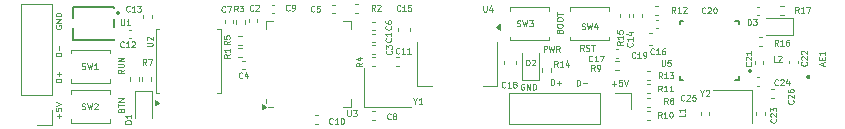
<source format=gbr>
%TF.GenerationSoftware,KiCad,Pcbnew,8.0.4*%
%TF.CreationDate,2024-09-10T00:37:34+02:00*%
%TF.ProjectId,ESP32_PICO_LED,45535033-325f-4504-9943-4f5f4c45442e,rev?*%
%TF.SameCoordinates,Original*%
%TF.FileFunction,Legend,Top*%
%TF.FilePolarity,Positive*%
%FSLAX46Y46*%
G04 Gerber Fmt 4.6, Leading zero omitted, Abs format (unit mm)*
G04 Created by KiCad (PCBNEW 8.0.4) date 2024-09-10 00:37:34*
%MOMM*%
%LPD*%
G01*
G04 APERTURE LIST*
%ADD10C,0.090000*%
%ADD11C,0.125000*%
%ADD12C,0.120000*%
%ADD13C,0.150000*%
%ADD14C,0.200000*%
%ADD15C,0.127000*%
%ADD16C,0.300000*%
G04 APERTURE END LIST*
D10*
X154403257Y-82734129D02*
X154403257Y-82234129D01*
X154403257Y-82234129D02*
X154522305Y-82234129D01*
X154522305Y-82234129D02*
X154593733Y-82257939D01*
X154593733Y-82257939D02*
X154641352Y-82305558D01*
X154641352Y-82305558D02*
X154665162Y-82353177D01*
X154665162Y-82353177D02*
X154688971Y-82448415D01*
X154688971Y-82448415D02*
X154688971Y-82519843D01*
X154688971Y-82519843D02*
X154665162Y-82615081D01*
X154665162Y-82615081D02*
X154641352Y-82662700D01*
X154641352Y-82662700D02*
X154593733Y-82710320D01*
X154593733Y-82710320D02*
X154522305Y-82734129D01*
X154522305Y-82734129D02*
X154403257Y-82734129D01*
X154903257Y-82543653D02*
X155284210Y-82543653D01*
X115797224Y-84805075D02*
X115821034Y-84733647D01*
X115821034Y-84733647D02*
X115844843Y-84709837D01*
X115844843Y-84709837D02*
X115892462Y-84686028D01*
X115892462Y-84686028D02*
X115963891Y-84686028D01*
X115963891Y-84686028D02*
X116011510Y-84709837D01*
X116011510Y-84709837D02*
X116035320Y-84733647D01*
X116035320Y-84733647D02*
X116059129Y-84781266D01*
X116059129Y-84781266D02*
X116059129Y-84971742D01*
X116059129Y-84971742D02*
X115559129Y-84971742D01*
X115559129Y-84971742D02*
X115559129Y-84805075D01*
X115559129Y-84805075D02*
X115582939Y-84757456D01*
X115582939Y-84757456D02*
X115606748Y-84733647D01*
X115606748Y-84733647D02*
X115654367Y-84709837D01*
X115654367Y-84709837D02*
X115701986Y-84709837D01*
X115701986Y-84709837D02*
X115749605Y-84733647D01*
X115749605Y-84733647D02*
X115773415Y-84757456D01*
X115773415Y-84757456D02*
X115797224Y-84805075D01*
X115797224Y-84805075D02*
X115797224Y-84971742D01*
X115559129Y-84543170D02*
X115559129Y-84257456D01*
X116059129Y-84400313D02*
X115559129Y-84400313D01*
X116059129Y-84090790D02*
X115559129Y-84090790D01*
X115559129Y-84090790D02*
X116059129Y-83805076D01*
X116059129Y-83805076D02*
X115559129Y-83805076D01*
X152203257Y-82684129D02*
X152203257Y-82184129D01*
X152203257Y-82184129D02*
X152322305Y-82184129D01*
X152322305Y-82184129D02*
X152393733Y-82207939D01*
X152393733Y-82207939D02*
X152441352Y-82255558D01*
X152441352Y-82255558D02*
X152465162Y-82303177D01*
X152465162Y-82303177D02*
X152488971Y-82398415D01*
X152488971Y-82398415D02*
X152488971Y-82469843D01*
X152488971Y-82469843D02*
X152465162Y-82565081D01*
X152465162Y-82565081D02*
X152441352Y-82612700D01*
X152441352Y-82612700D02*
X152393733Y-82660320D01*
X152393733Y-82660320D02*
X152322305Y-82684129D01*
X152322305Y-82684129D02*
X152203257Y-82684129D01*
X152703257Y-82493653D02*
X153084210Y-82493653D01*
X152893733Y-82684129D02*
X152893733Y-82303177D01*
X154988971Y-79784129D02*
X154822305Y-79546034D01*
X154703257Y-79784129D02*
X154703257Y-79284129D01*
X154703257Y-79284129D02*
X154893733Y-79284129D01*
X154893733Y-79284129D02*
X154941352Y-79307939D01*
X154941352Y-79307939D02*
X154965162Y-79331748D01*
X154965162Y-79331748D02*
X154988971Y-79379367D01*
X154988971Y-79379367D02*
X154988971Y-79450796D01*
X154988971Y-79450796D02*
X154965162Y-79498415D01*
X154965162Y-79498415D02*
X154941352Y-79522224D01*
X154941352Y-79522224D02*
X154893733Y-79546034D01*
X154893733Y-79546034D02*
X154703257Y-79546034D01*
X155179448Y-79760320D02*
X155250876Y-79784129D01*
X155250876Y-79784129D02*
X155369924Y-79784129D01*
X155369924Y-79784129D02*
X155417543Y-79760320D01*
X155417543Y-79760320D02*
X155441352Y-79736510D01*
X155441352Y-79736510D02*
X155465162Y-79688891D01*
X155465162Y-79688891D02*
X155465162Y-79641272D01*
X155465162Y-79641272D02*
X155441352Y-79593653D01*
X155441352Y-79593653D02*
X155417543Y-79569843D01*
X155417543Y-79569843D02*
X155369924Y-79546034D01*
X155369924Y-79546034D02*
X155274686Y-79522224D01*
X155274686Y-79522224D02*
X155227067Y-79498415D01*
X155227067Y-79498415D02*
X155203257Y-79474605D01*
X155203257Y-79474605D02*
X155179448Y-79426986D01*
X155179448Y-79426986D02*
X155179448Y-79379367D01*
X155179448Y-79379367D02*
X155203257Y-79331748D01*
X155203257Y-79331748D02*
X155227067Y-79307939D01*
X155227067Y-79307939D02*
X155274686Y-79284129D01*
X155274686Y-79284129D02*
X155393733Y-79284129D01*
X155393733Y-79284129D02*
X155465162Y-79307939D01*
X155608019Y-79284129D02*
X155893733Y-79284129D01*
X155750876Y-79784129D02*
X155750876Y-79284129D01*
X157348257Y-82563653D02*
X157729210Y-82563653D01*
X157538733Y-82754129D02*
X157538733Y-82373177D01*
X158205400Y-82254129D02*
X157967305Y-82254129D01*
X157967305Y-82254129D02*
X157943496Y-82492224D01*
X157943496Y-82492224D02*
X157967305Y-82468415D01*
X157967305Y-82468415D02*
X158014924Y-82444605D01*
X158014924Y-82444605D02*
X158133972Y-82444605D01*
X158133972Y-82444605D02*
X158181591Y-82468415D01*
X158181591Y-82468415D02*
X158205400Y-82492224D01*
X158205400Y-82492224D02*
X158229210Y-82539843D01*
X158229210Y-82539843D02*
X158229210Y-82658891D01*
X158229210Y-82658891D02*
X158205400Y-82706510D01*
X158205400Y-82706510D02*
X158181591Y-82730320D01*
X158181591Y-82730320D02*
X158133972Y-82754129D01*
X158133972Y-82754129D02*
X158014924Y-82754129D01*
X158014924Y-82754129D02*
X157967305Y-82730320D01*
X157967305Y-82730320D02*
X157943496Y-82706510D01*
X158372067Y-82254129D02*
X158538733Y-82754129D01*
X158538733Y-82754129D02*
X158705400Y-82254129D01*
X110282939Y-77634837D02*
X110259129Y-77682456D01*
X110259129Y-77682456D02*
X110259129Y-77753885D01*
X110259129Y-77753885D02*
X110282939Y-77825313D01*
X110282939Y-77825313D02*
X110330558Y-77872932D01*
X110330558Y-77872932D02*
X110378177Y-77896742D01*
X110378177Y-77896742D02*
X110473415Y-77920551D01*
X110473415Y-77920551D02*
X110544843Y-77920551D01*
X110544843Y-77920551D02*
X110640081Y-77896742D01*
X110640081Y-77896742D02*
X110687700Y-77872932D01*
X110687700Y-77872932D02*
X110735320Y-77825313D01*
X110735320Y-77825313D02*
X110759129Y-77753885D01*
X110759129Y-77753885D02*
X110759129Y-77706266D01*
X110759129Y-77706266D02*
X110735320Y-77634837D01*
X110735320Y-77634837D02*
X110711510Y-77611028D01*
X110711510Y-77611028D02*
X110544843Y-77611028D01*
X110544843Y-77611028D02*
X110544843Y-77706266D01*
X110759129Y-77396742D02*
X110259129Y-77396742D01*
X110259129Y-77396742D02*
X110759129Y-77111028D01*
X110759129Y-77111028D02*
X110259129Y-77111028D01*
X110759129Y-76872932D02*
X110259129Y-76872932D01*
X110259129Y-76872932D02*
X110259129Y-76753884D01*
X110259129Y-76753884D02*
X110282939Y-76682456D01*
X110282939Y-76682456D02*
X110330558Y-76634837D01*
X110330558Y-76634837D02*
X110378177Y-76611027D01*
X110378177Y-76611027D02*
X110473415Y-76587218D01*
X110473415Y-76587218D02*
X110544843Y-76587218D01*
X110544843Y-76587218D02*
X110640081Y-76611027D01*
X110640081Y-76611027D02*
X110687700Y-76634837D01*
X110687700Y-76634837D02*
X110735320Y-76682456D01*
X110735320Y-76682456D02*
X110759129Y-76753884D01*
X110759129Y-76753884D02*
X110759129Y-76872932D01*
X110759129Y-82446742D02*
X110259129Y-82446742D01*
X110259129Y-82446742D02*
X110259129Y-82327694D01*
X110259129Y-82327694D02*
X110282939Y-82256266D01*
X110282939Y-82256266D02*
X110330558Y-82208647D01*
X110330558Y-82208647D02*
X110378177Y-82184837D01*
X110378177Y-82184837D02*
X110473415Y-82161028D01*
X110473415Y-82161028D02*
X110544843Y-82161028D01*
X110544843Y-82161028D02*
X110640081Y-82184837D01*
X110640081Y-82184837D02*
X110687700Y-82208647D01*
X110687700Y-82208647D02*
X110735320Y-82256266D01*
X110735320Y-82256266D02*
X110759129Y-82327694D01*
X110759129Y-82327694D02*
X110759129Y-82446742D01*
X110568653Y-81946742D02*
X110568653Y-81565790D01*
X110759129Y-81756266D02*
X110378177Y-81756266D01*
X152922224Y-78130075D02*
X152946034Y-78058647D01*
X152946034Y-78058647D02*
X152969843Y-78034837D01*
X152969843Y-78034837D02*
X153017462Y-78011028D01*
X153017462Y-78011028D02*
X153088891Y-78011028D01*
X153088891Y-78011028D02*
X153136510Y-78034837D01*
X153136510Y-78034837D02*
X153160320Y-78058647D01*
X153160320Y-78058647D02*
X153184129Y-78106266D01*
X153184129Y-78106266D02*
X153184129Y-78296742D01*
X153184129Y-78296742D02*
X152684129Y-78296742D01*
X152684129Y-78296742D02*
X152684129Y-78130075D01*
X152684129Y-78130075D02*
X152707939Y-78082456D01*
X152707939Y-78082456D02*
X152731748Y-78058647D01*
X152731748Y-78058647D02*
X152779367Y-78034837D01*
X152779367Y-78034837D02*
X152826986Y-78034837D01*
X152826986Y-78034837D02*
X152874605Y-78058647D01*
X152874605Y-78058647D02*
X152898415Y-78082456D01*
X152898415Y-78082456D02*
X152922224Y-78130075D01*
X152922224Y-78130075D02*
X152922224Y-78296742D01*
X152684129Y-77701504D02*
X152684129Y-77606266D01*
X152684129Y-77606266D02*
X152707939Y-77558647D01*
X152707939Y-77558647D02*
X152755558Y-77511028D01*
X152755558Y-77511028D02*
X152850796Y-77487218D01*
X152850796Y-77487218D02*
X153017462Y-77487218D01*
X153017462Y-77487218D02*
X153112700Y-77511028D01*
X153112700Y-77511028D02*
X153160320Y-77558647D01*
X153160320Y-77558647D02*
X153184129Y-77606266D01*
X153184129Y-77606266D02*
X153184129Y-77701504D01*
X153184129Y-77701504D02*
X153160320Y-77749123D01*
X153160320Y-77749123D02*
X153112700Y-77796742D01*
X153112700Y-77796742D02*
X153017462Y-77820551D01*
X153017462Y-77820551D02*
X152850796Y-77820551D01*
X152850796Y-77820551D02*
X152755558Y-77796742D01*
X152755558Y-77796742D02*
X152707939Y-77749123D01*
X152707939Y-77749123D02*
X152684129Y-77701504D01*
X152684129Y-77177694D02*
X152684129Y-77082456D01*
X152684129Y-77082456D02*
X152707939Y-77034837D01*
X152707939Y-77034837D02*
X152755558Y-76987218D01*
X152755558Y-76987218D02*
X152850796Y-76963408D01*
X152850796Y-76963408D02*
X153017462Y-76963408D01*
X153017462Y-76963408D02*
X153112700Y-76987218D01*
X153112700Y-76987218D02*
X153160320Y-77034837D01*
X153160320Y-77034837D02*
X153184129Y-77082456D01*
X153184129Y-77082456D02*
X153184129Y-77177694D01*
X153184129Y-77177694D02*
X153160320Y-77225313D01*
X153160320Y-77225313D02*
X153112700Y-77272932D01*
X153112700Y-77272932D02*
X153017462Y-77296741D01*
X153017462Y-77296741D02*
X152850796Y-77296741D01*
X152850796Y-77296741D02*
X152755558Y-77272932D01*
X152755558Y-77272932D02*
X152707939Y-77225313D01*
X152707939Y-77225313D02*
X152684129Y-77177694D01*
X152684129Y-76820550D02*
X152684129Y-76534836D01*
X153184129Y-76677693D02*
X152684129Y-76677693D01*
X149910162Y-82607939D02*
X149862543Y-82584129D01*
X149862543Y-82584129D02*
X149791114Y-82584129D01*
X149791114Y-82584129D02*
X149719686Y-82607939D01*
X149719686Y-82607939D02*
X149672067Y-82655558D01*
X149672067Y-82655558D02*
X149648257Y-82703177D01*
X149648257Y-82703177D02*
X149624448Y-82798415D01*
X149624448Y-82798415D02*
X149624448Y-82869843D01*
X149624448Y-82869843D02*
X149648257Y-82965081D01*
X149648257Y-82965081D02*
X149672067Y-83012700D01*
X149672067Y-83012700D02*
X149719686Y-83060320D01*
X149719686Y-83060320D02*
X149791114Y-83084129D01*
X149791114Y-83084129D02*
X149838733Y-83084129D01*
X149838733Y-83084129D02*
X149910162Y-83060320D01*
X149910162Y-83060320D02*
X149933971Y-83036510D01*
X149933971Y-83036510D02*
X149933971Y-82869843D01*
X149933971Y-82869843D02*
X149838733Y-82869843D01*
X150148257Y-83084129D02*
X150148257Y-82584129D01*
X150148257Y-82584129D02*
X150433971Y-83084129D01*
X150433971Y-83084129D02*
X150433971Y-82584129D01*
X150672067Y-83084129D02*
X150672067Y-82584129D01*
X150672067Y-82584129D02*
X150791115Y-82584129D01*
X150791115Y-82584129D02*
X150862543Y-82607939D01*
X150862543Y-82607939D02*
X150910162Y-82655558D01*
X150910162Y-82655558D02*
X150933972Y-82703177D01*
X150933972Y-82703177D02*
X150957781Y-82798415D01*
X150957781Y-82798415D02*
X150957781Y-82869843D01*
X150957781Y-82869843D02*
X150933972Y-82965081D01*
X150933972Y-82965081D02*
X150910162Y-83012700D01*
X150910162Y-83012700D02*
X150862543Y-83060320D01*
X150862543Y-83060320D02*
X150791115Y-83084129D01*
X150791115Y-83084129D02*
X150672067Y-83084129D01*
X110568653Y-85496742D02*
X110568653Y-85115790D01*
X110759129Y-85306266D02*
X110378177Y-85306266D01*
X110259129Y-84639599D02*
X110259129Y-84877694D01*
X110259129Y-84877694D02*
X110497224Y-84901503D01*
X110497224Y-84901503D02*
X110473415Y-84877694D01*
X110473415Y-84877694D02*
X110449605Y-84830075D01*
X110449605Y-84830075D02*
X110449605Y-84711027D01*
X110449605Y-84711027D02*
X110473415Y-84663408D01*
X110473415Y-84663408D02*
X110497224Y-84639599D01*
X110497224Y-84639599D02*
X110544843Y-84615789D01*
X110544843Y-84615789D02*
X110663891Y-84615789D01*
X110663891Y-84615789D02*
X110711510Y-84639599D01*
X110711510Y-84639599D02*
X110735320Y-84663408D01*
X110735320Y-84663408D02*
X110759129Y-84711027D01*
X110759129Y-84711027D02*
X110759129Y-84830075D01*
X110759129Y-84830075D02*
X110735320Y-84877694D01*
X110735320Y-84877694D02*
X110711510Y-84901503D01*
X110259129Y-84472932D02*
X110759129Y-84306266D01*
X110759129Y-84306266D02*
X110259129Y-84139599D01*
X110759129Y-80221742D02*
X110259129Y-80221742D01*
X110259129Y-80221742D02*
X110259129Y-80102694D01*
X110259129Y-80102694D02*
X110282939Y-80031266D01*
X110282939Y-80031266D02*
X110330558Y-79983647D01*
X110330558Y-79983647D02*
X110378177Y-79959837D01*
X110378177Y-79959837D02*
X110473415Y-79936028D01*
X110473415Y-79936028D02*
X110544843Y-79936028D01*
X110544843Y-79936028D02*
X110640081Y-79959837D01*
X110640081Y-79959837D02*
X110687700Y-79983647D01*
X110687700Y-79983647D02*
X110735320Y-80031266D01*
X110735320Y-80031266D02*
X110759129Y-80102694D01*
X110759129Y-80102694D02*
X110759129Y-80221742D01*
X110568653Y-79721742D02*
X110568653Y-79340790D01*
X151578257Y-79859129D02*
X151578257Y-79359129D01*
X151578257Y-79359129D02*
X151768733Y-79359129D01*
X151768733Y-79359129D02*
X151816352Y-79382939D01*
X151816352Y-79382939D02*
X151840162Y-79406748D01*
X151840162Y-79406748D02*
X151863971Y-79454367D01*
X151863971Y-79454367D02*
X151863971Y-79525796D01*
X151863971Y-79525796D02*
X151840162Y-79573415D01*
X151840162Y-79573415D02*
X151816352Y-79597224D01*
X151816352Y-79597224D02*
X151768733Y-79621034D01*
X151768733Y-79621034D02*
X151578257Y-79621034D01*
X152030638Y-79359129D02*
X152149686Y-79859129D01*
X152149686Y-79859129D02*
X152244924Y-79501986D01*
X152244924Y-79501986D02*
X152340162Y-79859129D01*
X152340162Y-79859129D02*
X152459210Y-79359129D01*
X152935400Y-79859129D02*
X152768734Y-79621034D01*
X152649686Y-79859129D02*
X152649686Y-79359129D01*
X152649686Y-79359129D02*
X152840162Y-79359129D01*
X152840162Y-79359129D02*
X152887781Y-79382939D01*
X152887781Y-79382939D02*
X152911591Y-79406748D01*
X152911591Y-79406748D02*
X152935400Y-79454367D01*
X152935400Y-79454367D02*
X152935400Y-79525796D01*
X152935400Y-79525796D02*
X152911591Y-79573415D01*
X152911591Y-79573415D02*
X152887781Y-79597224D01*
X152887781Y-79597224D02*
X152840162Y-79621034D01*
X152840162Y-79621034D02*
X152649686Y-79621034D01*
X116034129Y-81386028D02*
X115796034Y-81552694D01*
X116034129Y-81671742D02*
X115534129Y-81671742D01*
X115534129Y-81671742D02*
X115534129Y-81481266D01*
X115534129Y-81481266D02*
X115557939Y-81433647D01*
X115557939Y-81433647D02*
X115581748Y-81409837D01*
X115581748Y-81409837D02*
X115629367Y-81386028D01*
X115629367Y-81386028D02*
X115700796Y-81386028D01*
X115700796Y-81386028D02*
X115748415Y-81409837D01*
X115748415Y-81409837D02*
X115772224Y-81433647D01*
X115772224Y-81433647D02*
X115796034Y-81481266D01*
X115796034Y-81481266D02*
X115796034Y-81671742D01*
X115534129Y-81171742D02*
X115938891Y-81171742D01*
X115938891Y-81171742D02*
X115986510Y-81147932D01*
X115986510Y-81147932D02*
X116010320Y-81124123D01*
X116010320Y-81124123D02*
X116034129Y-81076504D01*
X116034129Y-81076504D02*
X116034129Y-80981266D01*
X116034129Y-80981266D02*
X116010320Y-80933647D01*
X116010320Y-80933647D02*
X115986510Y-80909837D01*
X115986510Y-80909837D02*
X115938891Y-80886028D01*
X115938891Y-80886028D02*
X115534129Y-80886028D01*
X116034129Y-80647932D02*
X115534129Y-80647932D01*
X115534129Y-80647932D02*
X116034129Y-80362218D01*
X116034129Y-80362218D02*
X115534129Y-80362218D01*
X165011905Y-83363534D02*
X165011905Y-83601629D01*
X164845239Y-83101629D02*
X165011905Y-83363534D01*
X165011905Y-83363534D02*
X165178572Y-83101629D01*
X165321429Y-83149248D02*
X165345238Y-83125439D01*
X165345238Y-83125439D02*
X165392857Y-83101629D01*
X165392857Y-83101629D02*
X165511905Y-83101629D01*
X165511905Y-83101629D02*
X165559524Y-83125439D01*
X165559524Y-83125439D02*
X165583333Y-83149248D01*
X165583333Y-83149248D02*
X165607143Y-83196867D01*
X165607143Y-83196867D02*
X165607143Y-83244486D01*
X165607143Y-83244486D02*
X165583333Y-83315915D01*
X165583333Y-83315915D02*
X165297619Y-83601629D01*
X165297619Y-83601629D02*
X165607143Y-83601629D01*
X112483334Y-81302820D02*
X112554762Y-81326629D01*
X112554762Y-81326629D02*
X112673810Y-81326629D01*
X112673810Y-81326629D02*
X112721429Y-81302820D01*
X112721429Y-81302820D02*
X112745238Y-81279010D01*
X112745238Y-81279010D02*
X112769048Y-81231391D01*
X112769048Y-81231391D02*
X112769048Y-81183772D01*
X112769048Y-81183772D02*
X112745238Y-81136153D01*
X112745238Y-81136153D02*
X112721429Y-81112343D01*
X112721429Y-81112343D02*
X112673810Y-81088534D01*
X112673810Y-81088534D02*
X112578572Y-81064724D01*
X112578572Y-81064724D02*
X112530953Y-81040915D01*
X112530953Y-81040915D02*
X112507143Y-81017105D01*
X112507143Y-81017105D02*
X112483334Y-80969486D01*
X112483334Y-80969486D02*
X112483334Y-80921867D01*
X112483334Y-80921867D02*
X112507143Y-80874248D01*
X112507143Y-80874248D02*
X112530953Y-80850439D01*
X112530953Y-80850439D02*
X112578572Y-80826629D01*
X112578572Y-80826629D02*
X112697619Y-80826629D01*
X112697619Y-80826629D02*
X112769048Y-80850439D01*
X112935714Y-80826629D02*
X113054762Y-81326629D01*
X113054762Y-81326629D02*
X113150000Y-80969486D01*
X113150000Y-80969486D02*
X113245238Y-81326629D01*
X113245238Y-81326629D02*
X113364286Y-80826629D01*
X113816667Y-81326629D02*
X113530953Y-81326629D01*
X113673810Y-81326629D02*
X113673810Y-80826629D01*
X113673810Y-80826629D02*
X113626191Y-80898058D01*
X113626191Y-80898058D02*
X113578572Y-80945677D01*
X113578572Y-80945677D02*
X113530953Y-80969486D01*
D11*
X117974809Y-79380952D02*
X118379571Y-79380952D01*
X118379571Y-79380952D02*
X118427190Y-79357142D01*
X118427190Y-79357142D02*
X118451000Y-79333333D01*
X118451000Y-79333333D02*
X118474809Y-79285714D01*
X118474809Y-79285714D02*
X118474809Y-79190476D01*
X118474809Y-79190476D02*
X118451000Y-79142857D01*
X118451000Y-79142857D02*
X118427190Y-79119047D01*
X118427190Y-79119047D02*
X118379571Y-79095238D01*
X118379571Y-79095238D02*
X117974809Y-79095238D01*
X118022428Y-78880951D02*
X117998619Y-78857142D01*
X117998619Y-78857142D02*
X117974809Y-78809523D01*
X117974809Y-78809523D02*
X117974809Y-78690475D01*
X117974809Y-78690475D02*
X117998619Y-78642856D01*
X117998619Y-78642856D02*
X118022428Y-78619047D01*
X118022428Y-78619047D02*
X118070047Y-78595237D01*
X118070047Y-78595237D02*
X118117666Y-78595237D01*
X118117666Y-78595237D02*
X118189095Y-78619047D01*
X118189095Y-78619047D02*
X118474809Y-78904761D01*
X118474809Y-78904761D02*
X118474809Y-78595237D01*
D10*
X125006629Y-80083333D02*
X124768534Y-80249999D01*
X125006629Y-80369047D02*
X124506629Y-80369047D01*
X124506629Y-80369047D02*
X124506629Y-80178571D01*
X124506629Y-80178571D02*
X124530439Y-80130952D01*
X124530439Y-80130952D02*
X124554248Y-80107142D01*
X124554248Y-80107142D02*
X124601867Y-80083333D01*
X124601867Y-80083333D02*
X124673296Y-80083333D01*
X124673296Y-80083333D02*
X124720915Y-80107142D01*
X124720915Y-80107142D02*
X124744724Y-80130952D01*
X124744724Y-80130952D02*
X124768534Y-80178571D01*
X124768534Y-80178571D02*
X124768534Y-80369047D01*
X125006629Y-79607142D02*
X125006629Y-79892856D01*
X125006629Y-79749999D02*
X124506629Y-79749999D01*
X124506629Y-79749999D02*
X124578058Y-79797618D01*
X124578058Y-79797618D02*
X124625677Y-79845237D01*
X124625677Y-79845237D02*
X124649486Y-79892856D01*
X116651629Y-85944047D02*
X116151629Y-85944047D01*
X116151629Y-85944047D02*
X116151629Y-85824999D01*
X116151629Y-85824999D02*
X116175439Y-85753571D01*
X116175439Y-85753571D02*
X116223058Y-85705952D01*
X116223058Y-85705952D02*
X116270677Y-85682142D01*
X116270677Y-85682142D02*
X116365915Y-85658333D01*
X116365915Y-85658333D02*
X116437343Y-85658333D01*
X116437343Y-85658333D02*
X116532581Y-85682142D01*
X116532581Y-85682142D02*
X116580200Y-85705952D01*
X116580200Y-85705952D02*
X116627820Y-85753571D01*
X116627820Y-85753571D02*
X116651629Y-85824999D01*
X116651629Y-85824999D02*
X116651629Y-85944047D01*
X116651629Y-85182142D02*
X116651629Y-85467856D01*
X116651629Y-85324999D02*
X116151629Y-85324999D01*
X116151629Y-85324999D02*
X116223058Y-85372618D01*
X116223058Y-85372618D02*
X116270677Y-85420237D01*
X116270677Y-85420237D02*
X116294486Y-85467856D01*
X137316666Y-76376629D02*
X137150000Y-76138534D01*
X137030952Y-76376629D02*
X137030952Y-75876629D01*
X137030952Y-75876629D02*
X137221428Y-75876629D01*
X137221428Y-75876629D02*
X137269047Y-75900439D01*
X137269047Y-75900439D02*
X137292857Y-75924248D01*
X137292857Y-75924248D02*
X137316666Y-75971867D01*
X137316666Y-75971867D02*
X137316666Y-76043296D01*
X137316666Y-76043296D02*
X137292857Y-76090915D01*
X137292857Y-76090915D02*
X137269047Y-76114724D01*
X137269047Y-76114724D02*
X137221428Y-76138534D01*
X137221428Y-76138534D02*
X137030952Y-76138534D01*
X137507143Y-75924248D02*
X137530952Y-75900439D01*
X137530952Y-75900439D02*
X137578571Y-75876629D01*
X137578571Y-75876629D02*
X137697619Y-75876629D01*
X137697619Y-75876629D02*
X137745238Y-75900439D01*
X137745238Y-75900439D02*
X137769047Y-75924248D01*
X137769047Y-75924248D02*
X137792857Y-75971867D01*
X137792857Y-75971867D02*
X137792857Y-76019486D01*
X137792857Y-76019486D02*
X137769047Y-76090915D01*
X137769047Y-76090915D02*
X137483333Y-76376629D01*
X137483333Y-76376629D02*
X137792857Y-76376629D01*
X150105952Y-81026629D02*
X150105952Y-80526629D01*
X150105952Y-80526629D02*
X150225000Y-80526629D01*
X150225000Y-80526629D02*
X150296428Y-80550439D01*
X150296428Y-80550439D02*
X150344047Y-80598058D01*
X150344047Y-80598058D02*
X150367857Y-80645677D01*
X150367857Y-80645677D02*
X150391666Y-80740915D01*
X150391666Y-80740915D02*
X150391666Y-80812343D01*
X150391666Y-80812343D02*
X150367857Y-80907581D01*
X150367857Y-80907581D02*
X150344047Y-80955200D01*
X150344047Y-80955200D02*
X150296428Y-81002820D01*
X150296428Y-81002820D02*
X150225000Y-81026629D01*
X150225000Y-81026629D02*
X150105952Y-81026629D01*
X150582143Y-80574248D02*
X150605952Y-80550439D01*
X150605952Y-80550439D02*
X150653571Y-80526629D01*
X150653571Y-80526629D02*
X150772619Y-80526629D01*
X150772619Y-80526629D02*
X150820238Y-80550439D01*
X150820238Y-80550439D02*
X150844047Y-80574248D01*
X150844047Y-80574248D02*
X150867857Y-80621867D01*
X150867857Y-80621867D02*
X150867857Y-80669486D01*
X150867857Y-80669486D02*
X150844047Y-80740915D01*
X150844047Y-80740915D02*
X150558333Y-81026629D01*
X150558333Y-81026629D02*
X150867857Y-81026629D01*
X155906666Y-81476629D02*
X155740000Y-81238534D01*
X155620952Y-81476629D02*
X155620952Y-80976629D01*
X155620952Y-80976629D02*
X155811428Y-80976629D01*
X155811428Y-80976629D02*
X155859047Y-81000439D01*
X155859047Y-81000439D02*
X155882857Y-81024248D01*
X155882857Y-81024248D02*
X155906666Y-81071867D01*
X155906666Y-81071867D02*
X155906666Y-81143296D01*
X155906666Y-81143296D02*
X155882857Y-81190915D01*
X155882857Y-81190915D02*
X155859047Y-81214724D01*
X155859047Y-81214724D02*
X155811428Y-81238534D01*
X155811428Y-81238534D02*
X155620952Y-81238534D01*
X156144762Y-81476629D02*
X156240000Y-81476629D01*
X156240000Y-81476629D02*
X156287619Y-81452820D01*
X156287619Y-81452820D02*
X156311428Y-81429010D01*
X156311428Y-81429010D02*
X156359047Y-81357581D01*
X156359047Y-81357581D02*
X156382857Y-81262343D01*
X156382857Y-81262343D02*
X156382857Y-81071867D01*
X156382857Y-81071867D02*
X156359047Y-81024248D01*
X156359047Y-81024248D02*
X156335238Y-81000439D01*
X156335238Y-81000439D02*
X156287619Y-80976629D01*
X156287619Y-80976629D02*
X156192381Y-80976629D01*
X156192381Y-80976629D02*
X156144762Y-81000439D01*
X156144762Y-81000439D02*
X156120952Y-81024248D01*
X156120952Y-81024248D02*
X156097143Y-81071867D01*
X156097143Y-81071867D02*
X156097143Y-81190915D01*
X156097143Y-81190915D02*
X156120952Y-81238534D01*
X156120952Y-81238534D02*
X156144762Y-81262343D01*
X156144762Y-81262343D02*
X156192381Y-81286153D01*
X156192381Y-81286153D02*
X156287619Y-81286153D01*
X156287619Y-81286153D02*
X156335238Y-81262343D01*
X156335238Y-81262343D02*
X156359047Y-81238534D01*
X156359047Y-81238534D02*
X156382857Y-81190915D01*
X125691666Y-76451629D02*
X125525000Y-76213534D01*
X125405952Y-76451629D02*
X125405952Y-75951629D01*
X125405952Y-75951629D02*
X125596428Y-75951629D01*
X125596428Y-75951629D02*
X125644047Y-75975439D01*
X125644047Y-75975439D02*
X125667857Y-75999248D01*
X125667857Y-75999248D02*
X125691666Y-76046867D01*
X125691666Y-76046867D02*
X125691666Y-76118296D01*
X125691666Y-76118296D02*
X125667857Y-76165915D01*
X125667857Y-76165915D02*
X125644047Y-76189724D01*
X125644047Y-76189724D02*
X125596428Y-76213534D01*
X125596428Y-76213534D02*
X125405952Y-76213534D01*
X125858333Y-75951629D02*
X126167857Y-75951629D01*
X126167857Y-75951629D02*
X126001190Y-76142105D01*
X126001190Y-76142105D02*
X126072619Y-76142105D01*
X126072619Y-76142105D02*
X126120238Y-76165915D01*
X126120238Y-76165915D02*
X126144047Y-76189724D01*
X126144047Y-76189724D02*
X126167857Y-76237343D01*
X126167857Y-76237343D02*
X126167857Y-76356391D01*
X126167857Y-76356391D02*
X126144047Y-76404010D01*
X126144047Y-76404010D02*
X126120238Y-76427820D01*
X126120238Y-76427820D02*
X126072619Y-76451629D01*
X126072619Y-76451629D02*
X125929762Y-76451629D01*
X125929762Y-76451629D02*
X125882143Y-76427820D01*
X125882143Y-76427820D02*
X125858333Y-76404010D01*
X138629010Y-77683333D02*
X138652820Y-77707142D01*
X138652820Y-77707142D02*
X138676629Y-77778571D01*
X138676629Y-77778571D02*
X138676629Y-77826190D01*
X138676629Y-77826190D02*
X138652820Y-77897618D01*
X138652820Y-77897618D02*
X138605200Y-77945237D01*
X138605200Y-77945237D02*
X138557581Y-77969047D01*
X138557581Y-77969047D02*
X138462343Y-77992856D01*
X138462343Y-77992856D02*
X138390915Y-77992856D01*
X138390915Y-77992856D02*
X138295677Y-77969047D01*
X138295677Y-77969047D02*
X138248058Y-77945237D01*
X138248058Y-77945237D02*
X138200439Y-77897618D01*
X138200439Y-77897618D02*
X138176629Y-77826190D01*
X138176629Y-77826190D02*
X138176629Y-77778571D01*
X138176629Y-77778571D02*
X138200439Y-77707142D01*
X138200439Y-77707142D02*
X138224248Y-77683333D01*
X138176629Y-77254761D02*
X138176629Y-77349999D01*
X138176629Y-77349999D02*
X138200439Y-77397618D01*
X138200439Y-77397618D02*
X138224248Y-77421428D01*
X138224248Y-77421428D02*
X138295677Y-77469047D01*
X138295677Y-77469047D02*
X138390915Y-77492856D01*
X138390915Y-77492856D02*
X138581391Y-77492856D01*
X138581391Y-77492856D02*
X138629010Y-77469047D01*
X138629010Y-77469047D02*
X138652820Y-77445237D01*
X138652820Y-77445237D02*
X138676629Y-77397618D01*
X138676629Y-77397618D02*
X138676629Y-77302380D01*
X138676629Y-77302380D02*
X138652820Y-77254761D01*
X138652820Y-77254761D02*
X138629010Y-77230952D01*
X138629010Y-77230952D02*
X138581391Y-77207142D01*
X138581391Y-77207142D02*
X138462343Y-77207142D01*
X138462343Y-77207142D02*
X138414724Y-77230952D01*
X138414724Y-77230952D02*
X138390915Y-77254761D01*
X138390915Y-77254761D02*
X138367105Y-77302380D01*
X138367105Y-77302380D02*
X138367105Y-77397618D01*
X138367105Y-77397618D02*
X138390915Y-77445237D01*
X138390915Y-77445237D02*
X138414724Y-77469047D01*
X138414724Y-77469047D02*
X138462343Y-77492856D01*
X115769047Y-77126629D02*
X115769047Y-77531391D01*
X115769047Y-77531391D02*
X115792857Y-77579010D01*
X115792857Y-77579010D02*
X115816666Y-77602820D01*
X115816666Y-77602820D02*
X115864285Y-77626629D01*
X115864285Y-77626629D02*
X115959523Y-77626629D01*
X115959523Y-77626629D02*
X116007142Y-77602820D01*
X116007142Y-77602820D02*
X116030952Y-77579010D01*
X116030952Y-77579010D02*
X116054761Y-77531391D01*
X116054761Y-77531391D02*
X116054761Y-77126629D01*
X116554762Y-77626629D02*
X116269048Y-77626629D01*
X116411905Y-77626629D02*
X116411905Y-77126629D01*
X116411905Y-77126629D02*
X116364286Y-77198058D01*
X116364286Y-77198058D02*
X116316667Y-77245677D01*
X116316667Y-77245677D02*
X116269048Y-77269486D01*
X159338571Y-80349010D02*
X159314762Y-80372820D01*
X159314762Y-80372820D02*
X159243333Y-80396629D01*
X159243333Y-80396629D02*
X159195714Y-80396629D01*
X159195714Y-80396629D02*
X159124286Y-80372820D01*
X159124286Y-80372820D02*
X159076667Y-80325200D01*
X159076667Y-80325200D02*
X159052857Y-80277581D01*
X159052857Y-80277581D02*
X159029048Y-80182343D01*
X159029048Y-80182343D02*
X159029048Y-80110915D01*
X159029048Y-80110915D02*
X159052857Y-80015677D01*
X159052857Y-80015677D02*
X159076667Y-79968058D01*
X159076667Y-79968058D02*
X159124286Y-79920439D01*
X159124286Y-79920439D02*
X159195714Y-79896629D01*
X159195714Y-79896629D02*
X159243333Y-79896629D01*
X159243333Y-79896629D02*
X159314762Y-79920439D01*
X159314762Y-79920439D02*
X159338571Y-79944248D01*
X159814762Y-80396629D02*
X159529048Y-80396629D01*
X159671905Y-80396629D02*
X159671905Y-79896629D01*
X159671905Y-79896629D02*
X159624286Y-79968058D01*
X159624286Y-79968058D02*
X159576667Y-80015677D01*
X159576667Y-80015677D02*
X159529048Y-80039486D01*
X160052857Y-80396629D02*
X160148095Y-80396629D01*
X160148095Y-80396629D02*
X160195714Y-80372820D01*
X160195714Y-80372820D02*
X160219523Y-80349010D01*
X160219523Y-80349010D02*
X160267142Y-80277581D01*
X160267142Y-80277581D02*
X160290952Y-80182343D01*
X160290952Y-80182343D02*
X160290952Y-79991867D01*
X160290952Y-79991867D02*
X160267142Y-79944248D01*
X160267142Y-79944248D02*
X160243333Y-79920439D01*
X160243333Y-79920439D02*
X160195714Y-79896629D01*
X160195714Y-79896629D02*
X160100476Y-79896629D01*
X160100476Y-79896629D02*
X160052857Y-79920439D01*
X160052857Y-79920439D02*
X160029047Y-79944248D01*
X160029047Y-79944248D02*
X160005238Y-79991867D01*
X160005238Y-79991867D02*
X160005238Y-80110915D01*
X160005238Y-80110915D02*
X160029047Y-80158534D01*
X160029047Y-80158534D02*
X160052857Y-80182343D01*
X160052857Y-80182343D02*
X160100476Y-80206153D01*
X160100476Y-80206153D02*
X160195714Y-80206153D01*
X160195714Y-80206153D02*
X160243333Y-80182343D01*
X160243333Y-80182343D02*
X160267142Y-80158534D01*
X160267142Y-80158534D02*
X160290952Y-80110915D01*
X155718571Y-80639010D02*
X155694762Y-80662820D01*
X155694762Y-80662820D02*
X155623333Y-80686629D01*
X155623333Y-80686629D02*
X155575714Y-80686629D01*
X155575714Y-80686629D02*
X155504286Y-80662820D01*
X155504286Y-80662820D02*
X155456667Y-80615200D01*
X155456667Y-80615200D02*
X155432857Y-80567581D01*
X155432857Y-80567581D02*
X155409048Y-80472343D01*
X155409048Y-80472343D02*
X155409048Y-80400915D01*
X155409048Y-80400915D02*
X155432857Y-80305677D01*
X155432857Y-80305677D02*
X155456667Y-80258058D01*
X155456667Y-80258058D02*
X155504286Y-80210439D01*
X155504286Y-80210439D02*
X155575714Y-80186629D01*
X155575714Y-80186629D02*
X155623333Y-80186629D01*
X155623333Y-80186629D02*
X155694762Y-80210439D01*
X155694762Y-80210439D02*
X155718571Y-80234248D01*
X156194762Y-80686629D02*
X155909048Y-80686629D01*
X156051905Y-80686629D02*
X156051905Y-80186629D01*
X156051905Y-80186629D02*
X156004286Y-80258058D01*
X156004286Y-80258058D02*
X155956667Y-80305677D01*
X155956667Y-80305677D02*
X155909048Y-80329486D01*
X156361428Y-80186629D02*
X156694761Y-80186629D01*
X156694761Y-80186629D02*
X156480476Y-80686629D01*
X163503571Y-83954010D02*
X163479762Y-83977820D01*
X163479762Y-83977820D02*
X163408333Y-84001629D01*
X163408333Y-84001629D02*
X163360714Y-84001629D01*
X163360714Y-84001629D02*
X163289286Y-83977820D01*
X163289286Y-83977820D02*
X163241667Y-83930200D01*
X163241667Y-83930200D02*
X163217857Y-83882581D01*
X163217857Y-83882581D02*
X163194048Y-83787343D01*
X163194048Y-83787343D02*
X163194048Y-83715915D01*
X163194048Y-83715915D02*
X163217857Y-83620677D01*
X163217857Y-83620677D02*
X163241667Y-83573058D01*
X163241667Y-83573058D02*
X163289286Y-83525439D01*
X163289286Y-83525439D02*
X163360714Y-83501629D01*
X163360714Y-83501629D02*
X163408333Y-83501629D01*
X163408333Y-83501629D02*
X163479762Y-83525439D01*
X163479762Y-83525439D02*
X163503571Y-83549248D01*
X163694048Y-83549248D02*
X163717857Y-83525439D01*
X163717857Y-83525439D02*
X163765476Y-83501629D01*
X163765476Y-83501629D02*
X163884524Y-83501629D01*
X163884524Y-83501629D02*
X163932143Y-83525439D01*
X163932143Y-83525439D02*
X163955952Y-83549248D01*
X163955952Y-83549248D02*
X163979762Y-83596867D01*
X163979762Y-83596867D02*
X163979762Y-83644486D01*
X163979762Y-83644486D02*
X163955952Y-83715915D01*
X163955952Y-83715915D02*
X163670238Y-84001629D01*
X163670238Y-84001629D02*
X163979762Y-84001629D01*
X164432142Y-83501629D02*
X164194047Y-83501629D01*
X164194047Y-83501629D02*
X164170238Y-83739724D01*
X164170238Y-83739724D02*
X164194047Y-83715915D01*
X164194047Y-83715915D02*
X164241666Y-83692105D01*
X164241666Y-83692105D02*
X164360714Y-83692105D01*
X164360714Y-83692105D02*
X164408333Y-83715915D01*
X164408333Y-83715915D02*
X164432142Y-83739724D01*
X164432142Y-83739724D02*
X164455952Y-83787343D01*
X164455952Y-83787343D02*
X164455952Y-83906391D01*
X164455952Y-83906391D02*
X164432142Y-83954010D01*
X164432142Y-83954010D02*
X164408333Y-83977820D01*
X164408333Y-83977820D02*
X164360714Y-84001629D01*
X164360714Y-84001629D02*
X164241666Y-84001629D01*
X164241666Y-84001629D02*
X164194047Y-83977820D01*
X164194047Y-83977820D02*
X164170238Y-83954010D01*
X173178571Y-76556629D02*
X173011905Y-76318534D01*
X172892857Y-76556629D02*
X172892857Y-76056629D01*
X172892857Y-76056629D02*
X173083333Y-76056629D01*
X173083333Y-76056629D02*
X173130952Y-76080439D01*
X173130952Y-76080439D02*
X173154762Y-76104248D01*
X173154762Y-76104248D02*
X173178571Y-76151867D01*
X173178571Y-76151867D02*
X173178571Y-76223296D01*
X173178571Y-76223296D02*
X173154762Y-76270915D01*
X173154762Y-76270915D02*
X173130952Y-76294724D01*
X173130952Y-76294724D02*
X173083333Y-76318534D01*
X173083333Y-76318534D02*
X172892857Y-76318534D01*
X173654762Y-76556629D02*
X173369048Y-76556629D01*
X173511905Y-76556629D02*
X173511905Y-76056629D01*
X173511905Y-76056629D02*
X173464286Y-76128058D01*
X173464286Y-76128058D02*
X173416667Y-76175677D01*
X173416667Y-76175677D02*
X173369048Y-76199486D01*
X173821428Y-76056629D02*
X174154761Y-76056629D01*
X174154761Y-76056629D02*
X173940476Y-76556629D01*
X158286629Y-78991428D02*
X158048534Y-79158094D01*
X158286629Y-79277142D02*
X157786629Y-79277142D01*
X157786629Y-79277142D02*
X157786629Y-79086666D01*
X157786629Y-79086666D02*
X157810439Y-79039047D01*
X157810439Y-79039047D02*
X157834248Y-79015237D01*
X157834248Y-79015237D02*
X157881867Y-78991428D01*
X157881867Y-78991428D02*
X157953296Y-78991428D01*
X157953296Y-78991428D02*
X158000915Y-79015237D01*
X158000915Y-79015237D02*
X158024724Y-79039047D01*
X158024724Y-79039047D02*
X158048534Y-79086666D01*
X158048534Y-79086666D02*
X158048534Y-79277142D01*
X158286629Y-78515237D02*
X158286629Y-78800951D01*
X158286629Y-78658094D02*
X157786629Y-78658094D01*
X157786629Y-78658094D02*
X157858058Y-78705713D01*
X157858058Y-78705713D02*
X157905677Y-78753332D01*
X157905677Y-78753332D02*
X157929486Y-78800951D01*
X157786629Y-78062857D02*
X157786629Y-78300952D01*
X157786629Y-78300952D02*
X158024724Y-78324761D01*
X158024724Y-78324761D02*
X158000915Y-78300952D01*
X158000915Y-78300952D02*
X157977105Y-78253333D01*
X157977105Y-78253333D02*
X157977105Y-78134285D01*
X157977105Y-78134285D02*
X158000915Y-78086666D01*
X158000915Y-78086666D02*
X158024724Y-78062857D01*
X158024724Y-78062857D02*
X158072343Y-78039047D01*
X158072343Y-78039047D02*
X158191391Y-78039047D01*
X158191391Y-78039047D02*
X158239010Y-78062857D01*
X158239010Y-78062857D02*
X158262820Y-78086666D01*
X158262820Y-78086666D02*
X158286629Y-78134285D01*
X158286629Y-78134285D02*
X158286629Y-78253333D01*
X158286629Y-78253333D02*
X158262820Y-78300952D01*
X158262820Y-78300952D02*
X158239010Y-78324761D01*
X169129010Y-80771428D02*
X169152820Y-80795237D01*
X169152820Y-80795237D02*
X169176629Y-80866666D01*
X169176629Y-80866666D02*
X169176629Y-80914285D01*
X169176629Y-80914285D02*
X169152820Y-80985713D01*
X169152820Y-80985713D02*
X169105200Y-81033332D01*
X169105200Y-81033332D02*
X169057581Y-81057142D01*
X169057581Y-81057142D02*
X168962343Y-81080951D01*
X168962343Y-81080951D02*
X168890915Y-81080951D01*
X168890915Y-81080951D02*
X168795677Y-81057142D01*
X168795677Y-81057142D02*
X168748058Y-81033332D01*
X168748058Y-81033332D02*
X168700439Y-80985713D01*
X168700439Y-80985713D02*
X168676629Y-80914285D01*
X168676629Y-80914285D02*
X168676629Y-80866666D01*
X168676629Y-80866666D02*
X168700439Y-80795237D01*
X168700439Y-80795237D02*
X168724248Y-80771428D01*
X168724248Y-80580951D02*
X168700439Y-80557142D01*
X168700439Y-80557142D02*
X168676629Y-80509523D01*
X168676629Y-80509523D02*
X168676629Y-80390475D01*
X168676629Y-80390475D02*
X168700439Y-80342856D01*
X168700439Y-80342856D02*
X168724248Y-80319047D01*
X168724248Y-80319047D02*
X168771867Y-80295237D01*
X168771867Y-80295237D02*
X168819486Y-80295237D01*
X168819486Y-80295237D02*
X168890915Y-80319047D01*
X168890915Y-80319047D02*
X169176629Y-80604761D01*
X169176629Y-80604761D02*
X169176629Y-80295237D01*
X169176629Y-79819047D02*
X169176629Y-80104761D01*
X169176629Y-79961904D02*
X168676629Y-79961904D01*
X168676629Y-79961904D02*
X168748058Y-80009523D01*
X168748058Y-80009523D02*
X168795677Y-80057142D01*
X168795677Y-80057142D02*
X168819486Y-80104761D01*
X130066666Y-76329010D02*
X130042857Y-76352820D01*
X130042857Y-76352820D02*
X129971428Y-76376629D01*
X129971428Y-76376629D02*
X129923809Y-76376629D01*
X129923809Y-76376629D02*
X129852381Y-76352820D01*
X129852381Y-76352820D02*
X129804762Y-76305200D01*
X129804762Y-76305200D02*
X129780952Y-76257581D01*
X129780952Y-76257581D02*
X129757143Y-76162343D01*
X129757143Y-76162343D02*
X129757143Y-76090915D01*
X129757143Y-76090915D02*
X129780952Y-75995677D01*
X129780952Y-75995677D02*
X129804762Y-75948058D01*
X129804762Y-75948058D02*
X129852381Y-75900439D01*
X129852381Y-75900439D02*
X129923809Y-75876629D01*
X129923809Y-75876629D02*
X129971428Y-75876629D01*
X129971428Y-75876629D02*
X130042857Y-75900439D01*
X130042857Y-75900439D02*
X130066666Y-75924248D01*
X130304762Y-76376629D02*
X130400000Y-76376629D01*
X130400000Y-76376629D02*
X130447619Y-76352820D01*
X130447619Y-76352820D02*
X130471428Y-76329010D01*
X130471428Y-76329010D02*
X130519047Y-76257581D01*
X130519047Y-76257581D02*
X130542857Y-76162343D01*
X130542857Y-76162343D02*
X130542857Y-75971867D01*
X130542857Y-75971867D02*
X130519047Y-75924248D01*
X130519047Y-75924248D02*
X130495238Y-75900439D01*
X130495238Y-75900439D02*
X130447619Y-75876629D01*
X130447619Y-75876629D02*
X130352381Y-75876629D01*
X130352381Y-75876629D02*
X130304762Y-75900439D01*
X130304762Y-75900439D02*
X130280952Y-75924248D01*
X130280952Y-75924248D02*
X130257143Y-75971867D01*
X130257143Y-75971867D02*
X130257143Y-76090915D01*
X130257143Y-76090915D02*
X130280952Y-76138534D01*
X130280952Y-76138534D02*
X130304762Y-76162343D01*
X130304762Y-76162343D02*
X130352381Y-76186153D01*
X130352381Y-76186153D02*
X130447619Y-76186153D01*
X130447619Y-76186153D02*
X130495238Y-76162343D01*
X130495238Y-76162343D02*
X130519047Y-76138534D01*
X130519047Y-76138534D02*
X130542857Y-76090915D01*
X171428571Y-82654010D02*
X171404762Y-82677820D01*
X171404762Y-82677820D02*
X171333333Y-82701629D01*
X171333333Y-82701629D02*
X171285714Y-82701629D01*
X171285714Y-82701629D02*
X171214286Y-82677820D01*
X171214286Y-82677820D02*
X171166667Y-82630200D01*
X171166667Y-82630200D02*
X171142857Y-82582581D01*
X171142857Y-82582581D02*
X171119048Y-82487343D01*
X171119048Y-82487343D02*
X171119048Y-82415915D01*
X171119048Y-82415915D02*
X171142857Y-82320677D01*
X171142857Y-82320677D02*
X171166667Y-82273058D01*
X171166667Y-82273058D02*
X171214286Y-82225439D01*
X171214286Y-82225439D02*
X171285714Y-82201629D01*
X171285714Y-82201629D02*
X171333333Y-82201629D01*
X171333333Y-82201629D02*
X171404762Y-82225439D01*
X171404762Y-82225439D02*
X171428571Y-82249248D01*
X171619048Y-82249248D02*
X171642857Y-82225439D01*
X171642857Y-82225439D02*
X171690476Y-82201629D01*
X171690476Y-82201629D02*
X171809524Y-82201629D01*
X171809524Y-82201629D02*
X171857143Y-82225439D01*
X171857143Y-82225439D02*
X171880952Y-82249248D01*
X171880952Y-82249248D02*
X171904762Y-82296867D01*
X171904762Y-82296867D02*
X171904762Y-82344486D01*
X171904762Y-82344486D02*
X171880952Y-82415915D01*
X171880952Y-82415915D02*
X171595238Y-82701629D01*
X171595238Y-82701629D02*
X171904762Y-82701629D01*
X172333333Y-82368296D02*
X172333333Y-82701629D01*
X172214285Y-82177820D02*
X172095238Y-82534962D01*
X172095238Y-82534962D02*
X172404761Y-82534962D01*
X159069010Y-79131428D02*
X159092820Y-79155237D01*
X159092820Y-79155237D02*
X159116629Y-79226666D01*
X159116629Y-79226666D02*
X159116629Y-79274285D01*
X159116629Y-79274285D02*
X159092820Y-79345713D01*
X159092820Y-79345713D02*
X159045200Y-79393332D01*
X159045200Y-79393332D02*
X158997581Y-79417142D01*
X158997581Y-79417142D02*
X158902343Y-79440951D01*
X158902343Y-79440951D02*
X158830915Y-79440951D01*
X158830915Y-79440951D02*
X158735677Y-79417142D01*
X158735677Y-79417142D02*
X158688058Y-79393332D01*
X158688058Y-79393332D02*
X158640439Y-79345713D01*
X158640439Y-79345713D02*
X158616629Y-79274285D01*
X158616629Y-79274285D02*
X158616629Y-79226666D01*
X158616629Y-79226666D02*
X158640439Y-79155237D01*
X158640439Y-79155237D02*
X158664248Y-79131428D01*
X159116629Y-78655237D02*
X159116629Y-78940951D01*
X159116629Y-78798094D02*
X158616629Y-78798094D01*
X158616629Y-78798094D02*
X158688058Y-78845713D01*
X158688058Y-78845713D02*
X158735677Y-78893332D01*
X158735677Y-78893332D02*
X158759486Y-78940951D01*
X158783296Y-78226666D02*
X159116629Y-78226666D01*
X158592820Y-78345714D02*
X158949962Y-78464761D01*
X158949962Y-78464761D02*
X158949962Y-78155238D01*
X149333334Y-77677820D02*
X149404762Y-77701629D01*
X149404762Y-77701629D02*
X149523810Y-77701629D01*
X149523810Y-77701629D02*
X149571429Y-77677820D01*
X149571429Y-77677820D02*
X149595238Y-77654010D01*
X149595238Y-77654010D02*
X149619048Y-77606391D01*
X149619048Y-77606391D02*
X149619048Y-77558772D01*
X149619048Y-77558772D02*
X149595238Y-77511153D01*
X149595238Y-77511153D02*
X149571429Y-77487343D01*
X149571429Y-77487343D02*
X149523810Y-77463534D01*
X149523810Y-77463534D02*
X149428572Y-77439724D01*
X149428572Y-77439724D02*
X149380953Y-77415915D01*
X149380953Y-77415915D02*
X149357143Y-77392105D01*
X149357143Y-77392105D02*
X149333334Y-77344486D01*
X149333334Y-77344486D02*
X149333334Y-77296867D01*
X149333334Y-77296867D02*
X149357143Y-77249248D01*
X149357143Y-77249248D02*
X149380953Y-77225439D01*
X149380953Y-77225439D02*
X149428572Y-77201629D01*
X149428572Y-77201629D02*
X149547619Y-77201629D01*
X149547619Y-77201629D02*
X149619048Y-77225439D01*
X149785714Y-77201629D02*
X149904762Y-77701629D01*
X149904762Y-77701629D02*
X150000000Y-77344486D01*
X150000000Y-77344486D02*
X150095238Y-77701629D01*
X150095238Y-77701629D02*
X150214286Y-77201629D01*
X150357143Y-77201629D02*
X150666667Y-77201629D01*
X150666667Y-77201629D02*
X150500000Y-77392105D01*
X150500000Y-77392105D02*
X150571429Y-77392105D01*
X150571429Y-77392105D02*
X150619048Y-77415915D01*
X150619048Y-77415915D02*
X150642857Y-77439724D01*
X150642857Y-77439724D02*
X150666667Y-77487343D01*
X150666667Y-77487343D02*
X150666667Y-77606391D01*
X150666667Y-77606391D02*
X150642857Y-77654010D01*
X150642857Y-77654010D02*
X150619048Y-77677820D01*
X150619048Y-77677820D02*
X150571429Y-77701629D01*
X150571429Y-77701629D02*
X150428572Y-77701629D01*
X150428572Y-77701629D02*
X150380953Y-77677820D01*
X150380953Y-77677820D02*
X150357143Y-77654010D01*
X138629010Y-78733333D02*
X138652820Y-78757142D01*
X138652820Y-78757142D02*
X138676629Y-78828571D01*
X138676629Y-78828571D02*
X138676629Y-78876190D01*
X138676629Y-78876190D02*
X138652820Y-78947618D01*
X138652820Y-78947618D02*
X138605200Y-78995237D01*
X138605200Y-78995237D02*
X138557581Y-79019047D01*
X138557581Y-79019047D02*
X138462343Y-79042856D01*
X138462343Y-79042856D02*
X138390915Y-79042856D01*
X138390915Y-79042856D02*
X138295677Y-79019047D01*
X138295677Y-79019047D02*
X138248058Y-78995237D01*
X138248058Y-78995237D02*
X138200439Y-78947618D01*
X138200439Y-78947618D02*
X138176629Y-78876190D01*
X138176629Y-78876190D02*
X138176629Y-78828571D01*
X138176629Y-78828571D02*
X138200439Y-78757142D01*
X138200439Y-78757142D02*
X138224248Y-78733333D01*
X138676629Y-78257142D02*
X138676629Y-78542856D01*
X138676629Y-78399999D02*
X138176629Y-78399999D01*
X138176629Y-78399999D02*
X138248058Y-78447618D01*
X138248058Y-78447618D02*
X138295677Y-78495237D01*
X138295677Y-78495237D02*
X138319486Y-78542856D01*
X138679010Y-79783333D02*
X138702820Y-79807142D01*
X138702820Y-79807142D02*
X138726629Y-79878571D01*
X138726629Y-79878571D02*
X138726629Y-79926190D01*
X138726629Y-79926190D02*
X138702820Y-79997618D01*
X138702820Y-79997618D02*
X138655200Y-80045237D01*
X138655200Y-80045237D02*
X138607581Y-80069047D01*
X138607581Y-80069047D02*
X138512343Y-80092856D01*
X138512343Y-80092856D02*
X138440915Y-80092856D01*
X138440915Y-80092856D02*
X138345677Y-80069047D01*
X138345677Y-80069047D02*
X138298058Y-80045237D01*
X138298058Y-80045237D02*
X138250439Y-79997618D01*
X138250439Y-79997618D02*
X138226629Y-79926190D01*
X138226629Y-79926190D02*
X138226629Y-79878571D01*
X138226629Y-79878571D02*
X138250439Y-79807142D01*
X138250439Y-79807142D02*
X138274248Y-79783333D01*
X138226629Y-79616666D02*
X138226629Y-79307142D01*
X138226629Y-79307142D02*
X138417105Y-79473809D01*
X138417105Y-79473809D02*
X138417105Y-79402380D01*
X138417105Y-79402380D02*
X138440915Y-79354761D01*
X138440915Y-79354761D02*
X138464724Y-79330952D01*
X138464724Y-79330952D02*
X138512343Y-79307142D01*
X138512343Y-79307142D02*
X138631391Y-79307142D01*
X138631391Y-79307142D02*
X138679010Y-79330952D01*
X138679010Y-79330952D02*
X138702820Y-79354761D01*
X138702820Y-79354761D02*
X138726629Y-79402380D01*
X138726629Y-79402380D02*
X138726629Y-79545237D01*
X138726629Y-79545237D02*
X138702820Y-79592856D01*
X138702820Y-79592856D02*
X138679010Y-79616666D01*
X171229010Y-85546428D02*
X171252820Y-85570237D01*
X171252820Y-85570237D02*
X171276629Y-85641666D01*
X171276629Y-85641666D02*
X171276629Y-85689285D01*
X171276629Y-85689285D02*
X171252820Y-85760713D01*
X171252820Y-85760713D02*
X171205200Y-85808332D01*
X171205200Y-85808332D02*
X171157581Y-85832142D01*
X171157581Y-85832142D02*
X171062343Y-85855951D01*
X171062343Y-85855951D02*
X170990915Y-85855951D01*
X170990915Y-85855951D02*
X170895677Y-85832142D01*
X170895677Y-85832142D02*
X170848058Y-85808332D01*
X170848058Y-85808332D02*
X170800439Y-85760713D01*
X170800439Y-85760713D02*
X170776629Y-85689285D01*
X170776629Y-85689285D02*
X170776629Y-85641666D01*
X170776629Y-85641666D02*
X170800439Y-85570237D01*
X170800439Y-85570237D02*
X170824248Y-85546428D01*
X170824248Y-85355951D02*
X170800439Y-85332142D01*
X170800439Y-85332142D02*
X170776629Y-85284523D01*
X170776629Y-85284523D02*
X170776629Y-85165475D01*
X170776629Y-85165475D02*
X170800439Y-85117856D01*
X170800439Y-85117856D02*
X170824248Y-85094047D01*
X170824248Y-85094047D02*
X170871867Y-85070237D01*
X170871867Y-85070237D02*
X170919486Y-85070237D01*
X170919486Y-85070237D02*
X170990915Y-85094047D01*
X170990915Y-85094047D02*
X171276629Y-85379761D01*
X171276629Y-85379761D02*
X171276629Y-85070237D01*
X170776629Y-84903571D02*
X170776629Y-84594047D01*
X170776629Y-84594047D02*
X170967105Y-84760714D01*
X170967105Y-84760714D02*
X170967105Y-84689285D01*
X170967105Y-84689285D02*
X170990915Y-84641666D01*
X170990915Y-84641666D02*
X171014724Y-84617857D01*
X171014724Y-84617857D02*
X171062343Y-84594047D01*
X171062343Y-84594047D02*
X171181391Y-84594047D01*
X171181391Y-84594047D02*
X171229010Y-84617857D01*
X171229010Y-84617857D02*
X171252820Y-84641666D01*
X171252820Y-84641666D02*
X171276629Y-84689285D01*
X171276629Y-84689285D02*
X171276629Y-84832142D01*
X171276629Y-84832142D02*
X171252820Y-84879761D01*
X171252820Y-84879761D02*
X171229010Y-84903571D01*
X161569047Y-80576629D02*
X161569047Y-80981391D01*
X161569047Y-80981391D02*
X161592857Y-81029010D01*
X161592857Y-81029010D02*
X161616666Y-81052820D01*
X161616666Y-81052820D02*
X161664285Y-81076629D01*
X161664285Y-81076629D02*
X161759523Y-81076629D01*
X161759523Y-81076629D02*
X161807142Y-81052820D01*
X161807142Y-81052820D02*
X161830952Y-81029010D01*
X161830952Y-81029010D02*
X161854761Y-80981391D01*
X161854761Y-80981391D02*
X161854761Y-80576629D01*
X162330952Y-80576629D02*
X162092857Y-80576629D01*
X162092857Y-80576629D02*
X162069048Y-80814724D01*
X162069048Y-80814724D02*
X162092857Y-80790915D01*
X162092857Y-80790915D02*
X162140476Y-80767105D01*
X162140476Y-80767105D02*
X162259524Y-80767105D01*
X162259524Y-80767105D02*
X162307143Y-80790915D01*
X162307143Y-80790915D02*
X162330952Y-80814724D01*
X162330952Y-80814724D02*
X162354762Y-80862343D01*
X162354762Y-80862343D02*
X162354762Y-80981391D01*
X162354762Y-80981391D02*
X162330952Y-81029010D01*
X162330952Y-81029010D02*
X162307143Y-81052820D01*
X162307143Y-81052820D02*
X162259524Y-81076629D01*
X162259524Y-81076629D02*
X162140476Y-81076629D01*
X162140476Y-81076629D02*
X162092857Y-81052820D01*
X162092857Y-81052820D02*
X162069048Y-81029010D01*
X138626666Y-85529010D02*
X138602857Y-85552820D01*
X138602857Y-85552820D02*
X138531428Y-85576629D01*
X138531428Y-85576629D02*
X138483809Y-85576629D01*
X138483809Y-85576629D02*
X138412381Y-85552820D01*
X138412381Y-85552820D02*
X138364762Y-85505200D01*
X138364762Y-85505200D02*
X138340952Y-85457581D01*
X138340952Y-85457581D02*
X138317143Y-85362343D01*
X138317143Y-85362343D02*
X138317143Y-85290915D01*
X138317143Y-85290915D02*
X138340952Y-85195677D01*
X138340952Y-85195677D02*
X138364762Y-85148058D01*
X138364762Y-85148058D02*
X138412381Y-85100439D01*
X138412381Y-85100439D02*
X138483809Y-85076629D01*
X138483809Y-85076629D02*
X138531428Y-85076629D01*
X138531428Y-85076629D02*
X138602857Y-85100439D01*
X138602857Y-85100439D02*
X138626666Y-85124248D01*
X138912381Y-85290915D02*
X138864762Y-85267105D01*
X138864762Y-85267105D02*
X138840952Y-85243296D01*
X138840952Y-85243296D02*
X138817143Y-85195677D01*
X138817143Y-85195677D02*
X138817143Y-85171867D01*
X138817143Y-85171867D02*
X138840952Y-85124248D01*
X138840952Y-85124248D02*
X138864762Y-85100439D01*
X138864762Y-85100439D02*
X138912381Y-85076629D01*
X138912381Y-85076629D02*
X139007619Y-85076629D01*
X139007619Y-85076629D02*
X139055238Y-85100439D01*
X139055238Y-85100439D02*
X139079047Y-85124248D01*
X139079047Y-85124248D02*
X139102857Y-85171867D01*
X139102857Y-85171867D02*
X139102857Y-85195677D01*
X139102857Y-85195677D02*
X139079047Y-85243296D01*
X139079047Y-85243296D02*
X139055238Y-85267105D01*
X139055238Y-85267105D02*
X139007619Y-85290915D01*
X139007619Y-85290915D02*
X138912381Y-85290915D01*
X138912381Y-85290915D02*
X138864762Y-85314724D01*
X138864762Y-85314724D02*
X138840952Y-85338534D01*
X138840952Y-85338534D02*
X138817143Y-85386153D01*
X138817143Y-85386153D02*
X138817143Y-85481391D01*
X138817143Y-85481391D02*
X138840952Y-85529010D01*
X138840952Y-85529010D02*
X138864762Y-85552820D01*
X138864762Y-85552820D02*
X138912381Y-85576629D01*
X138912381Y-85576629D02*
X139007619Y-85576629D01*
X139007619Y-85576629D02*
X139055238Y-85552820D01*
X139055238Y-85552820D02*
X139079047Y-85529010D01*
X139079047Y-85529010D02*
X139102857Y-85481391D01*
X139102857Y-85481391D02*
X139102857Y-85386153D01*
X139102857Y-85386153D02*
X139079047Y-85338534D01*
X139079047Y-85338534D02*
X139055238Y-85314724D01*
X139055238Y-85314724D02*
X139007619Y-85290915D01*
X140711905Y-84038534D02*
X140711905Y-84276629D01*
X140545239Y-83776629D02*
X140711905Y-84038534D01*
X140711905Y-84038534D02*
X140878572Y-83776629D01*
X141307143Y-84276629D02*
X141021429Y-84276629D01*
X141164286Y-84276629D02*
X141164286Y-83776629D01*
X141164286Y-83776629D02*
X141116667Y-83848058D01*
X141116667Y-83848058D02*
X141069048Y-83895677D01*
X141069048Y-83895677D02*
X141021429Y-83919486D01*
X162101666Y-84276629D02*
X161935000Y-84038534D01*
X161815952Y-84276629D02*
X161815952Y-83776629D01*
X161815952Y-83776629D02*
X162006428Y-83776629D01*
X162006428Y-83776629D02*
X162054047Y-83800439D01*
X162054047Y-83800439D02*
X162077857Y-83824248D01*
X162077857Y-83824248D02*
X162101666Y-83871867D01*
X162101666Y-83871867D02*
X162101666Y-83943296D01*
X162101666Y-83943296D02*
X162077857Y-83990915D01*
X162077857Y-83990915D02*
X162054047Y-84014724D01*
X162054047Y-84014724D02*
X162006428Y-84038534D01*
X162006428Y-84038534D02*
X161815952Y-84038534D01*
X162387381Y-83990915D02*
X162339762Y-83967105D01*
X162339762Y-83967105D02*
X162315952Y-83943296D01*
X162315952Y-83943296D02*
X162292143Y-83895677D01*
X162292143Y-83895677D02*
X162292143Y-83871867D01*
X162292143Y-83871867D02*
X162315952Y-83824248D01*
X162315952Y-83824248D02*
X162339762Y-83800439D01*
X162339762Y-83800439D02*
X162387381Y-83776629D01*
X162387381Y-83776629D02*
X162482619Y-83776629D01*
X162482619Y-83776629D02*
X162530238Y-83800439D01*
X162530238Y-83800439D02*
X162554047Y-83824248D01*
X162554047Y-83824248D02*
X162577857Y-83871867D01*
X162577857Y-83871867D02*
X162577857Y-83895677D01*
X162577857Y-83895677D02*
X162554047Y-83943296D01*
X162554047Y-83943296D02*
X162530238Y-83967105D01*
X162530238Y-83967105D02*
X162482619Y-83990915D01*
X162482619Y-83990915D02*
X162387381Y-83990915D01*
X162387381Y-83990915D02*
X162339762Y-84014724D01*
X162339762Y-84014724D02*
X162315952Y-84038534D01*
X162315952Y-84038534D02*
X162292143Y-84086153D01*
X162292143Y-84086153D02*
X162292143Y-84181391D01*
X162292143Y-84181391D02*
X162315952Y-84229010D01*
X162315952Y-84229010D02*
X162339762Y-84252820D01*
X162339762Y-84252820D02*
X162387381Y-84276629D01*
X162387381Y-84276629D02*
X162482619Y-84276629D01*
X162482619Y-84276629D02*
X162530238Y-84252820D01*
X162530238Y-84252820D02*
X162554047Y-84229010D01*
X162554047Y-84229010D02*
X162577857Y-84181391D01*
X162577857Y-84181391D02*
X162577857Y-84086153D01*
X162577857Y-84086153D02*
X162554047Y-84038534D01*
X162554047Y-84038534D02*
X162530238Y-84014724D01*
X162530238Y-84014724D02*
X162482619Y-83990915D01*
X126066666Y-82054010D02*
X126042857Y-82077820D01*
X126042857Y-82077820D02*
X125971428Y-82101629D01*
X125971428Y-82101629D02*
X125923809Y-82101629D01*
X125923809Y-82101629D02*
X125852381Y-82077820D01*
X125852381Y-82077820D02*
X125804762Y-82030200D01*
X125804762Y-82030200D02*
X125780952Y-81982581D01*
X125780952Y-81982581D02*
X125757143Y-81887343D01*
X125757143Y-81887343D02*
X125757143Y-81815915D01*
X125757143Y-81815915D02*
X125780952Y-81720677D01*
X125780952Y-81720677D02*
X125804762Y-81673058D01*
X125804762Y-81673058D02*
X125852381Y-81625439D01*
X125852381Y-81625439D02*
X125923809Y-81601629D01*
X125923809Y-81601629D02*
X125971428Y-81601629D01*
X125971428Y-81601629D02*
X126042857Y-81625439D01*
X126042857Y-81625439D02*
X126066666Y-81649248D01*
X126495238Y-81768296D02*
X126495238Y-82101629D01*
X126376190Y-81577820D02*
X126257143Y-81934962D01*
X126257143Y-81934962D02*
X126566666Y-81934962D01*
X161563571Y-85451629D02*
X161396905Y-85213534D01*
X161277857Y-85451629D02*
X161277857Y-84951629D01*
X161277857Y-84951629D02*
X161468333Y-84951629D01*
X161468333Y-84951629D02*
X161515952Y-84975439D01*
X161515952Y-84975439D02*
X161539762Y-84999248D01*
X161539762Y-84999248D02*
X161563571Y-85046867D01*
X161563571Y-85046867D02*
X161563571Y-85118296D01*
X161563571Y-85118296D02*
X161539762Y-85165915D01*
X161539762Y-85165915D02*
X161515952Y-85189724D01*
X161515952Y-85189724D02*
X161468333Y-85213534D01*
X161468333Y-85213534D02*
X161277857Y-85213534D01*
X162039762Y-85451629D02*
X161754048Y-85451629D01*
X161896905Y-85451629D02*
X161896905Y-84951629D01*
X161896905Y-84951629D02*
X161849286Y-85023058D01*
X161849286Y-85023058D02*
X161801667Y-85070677D01*
X161801667Y-85070677D02*
X161754048Y-85094486D01*
X162349285Y-84951629D02*
X162396904Y-84951629D01*
X162396904Y-84951629D02*
X162444523Y-84975439D01*
X162444523Y-84975439D02*
X162468333Y-84999248D01*
X162468333Y-84999248D02*
X162492142Y-85046867D01*
X162492142Y-85046867D02*
X162515952Y-85142105D01*
X162515952Y-85142105D02*
X162515952Y-85261153D01*
X162515952Y-85261153D02*
X162492142Y-85356391D01*
X162492142Y-85356391D02*
X162468333Y-85404010D01*
X162468333Y-85404010D02*
X162444523Y-85427820D01*
X162444523Y-85427820D02*
X162396904Y-85451629D01*
X162396904Y-85451629D02*
X162349285Y-85451629D01*
X162349285Y-85451629D02*
X162301666Y-85427820D01*
X162301666Y-85427820D02*
X162277857Y-85404010D01*
X162277857Y-85404010D02*
X162254047Y-85356391D01*
X162254047Y-85356391D02*
X162230238Y-85261153D01*
X162230238Y-85261153D02*
X162230238Y-85142105D01*
X162230238Y-85142105D02*
X162254047Y-85046867D01*
X162254047Y-85046867D02*
X162277857Y-84999248D01*
X162277857Y-84999248D02*
X162301666Y-84975439D01*
X162301666Y-84975439D02*
X162349285Y-84951629D01*
X161588571Y-83226629D02*
X161421905Y-82988534D01*
X161302857Y-83226629D02*
X161302857Y-82726629D01*
X161302857Y-82726629D02*
X161493333Y-82726629D01*
X161493333Y-82726629D02*
X161540952Y-82750439D01*
X161540952Y-82750439D02*
X161564762Y-82774248D01*
X161564762Y-82774248D02*
X161588571Y-82821867D01*
X161588571Y-82821867D02*
X161588571Y-82893296D01*
X161588571Y-82893296D02*
X161564762Y-82940915D01*
X161564762Y-82940915D02*
X161540952Y-82964724D01*
X161540952Y-82964724D02*
X161493333Y-82988534D01*
X161493333Y-82988534D02*
X161302857Y-82988534D01*
X162064762Y-83226629D02*
X161779048Y-83226629D01*
X161921905Y-83226629D02*
X161921905Y-82726629D01*
X161921905Y-82726629D02*
X161874286Y-82798058D01*
X161874286Y-82798058D02*
X161826667Y-82845677D01*
X161826667Y-82845677D02*
X161779048Y-82869486D01*
X162540952Y-83226629D02*
X162255238Y-83226629D01*
X162398095Y-83226629D02*
X162398095Y-82726629D01*
X162398095Y-82726629D02*
X162350476Y-82798058D01*
X162350476Y-82798058D02*
X162302857Y-82845677D01*
X162302857Y-82845677D02*
X162255238Y-82869486D01*
X139438571Y-76369010D02*
X139414762Y-76392820D01*
X139414762Y-76392820D02*
X139343333Y-76416629D01*
X139343333Y-76416629D02*
X139295714Y-76416629D01*
X139295714Y-76416629D02*
X139224286Y-76392820D01*
X139224286Y-76392820D02*
X139176667Y-76345200D01*
X139176667Y-76345200D02*
X139152857Y-76297581D01*
X139152857Y-76297581D02*
X139129048Y-76202343D01*
X139129048Y-76202343D02*
X139129048Y-76130915D01*
X139129048Y-76130915D02*
X139152857Y-76035677D01*
X139152857Y-76035677D02*
X139176667Y-75988058D01*
X139176667Y-75988058D02*
X139224286Y-75940439D01*
X139224286Y-75940439D02*
X139295714Y-75916629D01*
X139295714Y-75916629D02*
X139343333Y-75916629D01*
X139343333Y-75916629D02*
X139414762Y-75940439D01*
X139414762Y-75940439D02*
X139438571Y-75964248D01*
X139914762Y-76416629D02*
X139629048Y-76416629D01*
X139771905Y-76416629D02*
X139771905Y-75916629D01*
X139771905Y-75916629D02*
X139724286Y-75988058D01*
X139724286Y-75988058D02*
X139676667Y-76035677D01*
X139676667Y-76035677D02*
X139629048Y-76059486D01*
X140367142Y-75916629D02*
X140129047Y-75916629D01*
X140129047Y-75916629D02*
X140105238Y-76154724D01*
X140105238Y-76154724D02*
X140129047Y-76130915D01*
X140129047Y-76130915D02*
X140176666Y-76107105D01*
X140176666Y-76107105D02*
X140295714Y-76107105D01*
X140295714Y-76107105D02*
X140343333Y-76130915D01*
X140343333Y-76130915D02*
X140367142Y-76154724D01*
X140367142Y-76154724D02*
X140390952Y-76202343D01*
X140390952Y-76202343D02*
X140390952Y-76321391D01*
X140390952Y-76321391D02*
X140367142Y-76369010D01*
X140367142Y-76369010D02*
X140343333Y-76392820D01*
X140343333Y-76392820D02*
X140295714Y-76416629D01*
X140295714Y-76416629D02*
X140176666Y-76416629D01*
X140176666Y-76416629D02*
X140129047Y-76392820D01*
X140129047Y-76392820D02*
X140105238Y-76369010D01*
X124616666Y-76454010D02*
X124592857Y-76477820D01*
X124592857Y-76477820D02*
X124521428Y-76501629D01*
X124521428Y-76501629D02*
X124473809Y-76501629D01*
X124473809Y-76501629D02*
X124402381Y-76477820D01*
X124402381Y-76477820D02*
X124354762Y-76430200D01*
X124354762Y-76430200D02*
X124330952Y-76382581D01*
X124330952Y-76382581D02*
X124307143Y-76287343D01*
X124307143Y-76287343D02*
X124307143Y-76215915D01*
X124307143Y-76215915D02*
X124330952Y-76120677D01*
X124330952Y-76120677D02*
X124354762Y-76073058D01*
X124354762Y-76073058D02*
X124402381Y-76025439D01*
X124402381Y-76025439D02*
X124473809Y-76001629D01*
X124473809Y-76001629D02*
X124521428Y-76001629D01*
X124521428Y-76001629D02*
X124592857Y-76025439D01*
X124592857Y-76025439D02*
X124616666Y-76049248D01*
X124783333Y-76001629D02*
X125116666Y-76001629D01*
X125116666Y-76001629D02*
X124902381Y-76501629D01*
X132166666Y-76429010D02*
X132142857Y-76452820D01*
X132142857Y-76452820D02*
X132071428Y-76476629D01*
X132071428Y-76476629D02*
X132023809Y-76476629D01*
X132023809Y-76476629D02*
X131952381Y-76452820D01*
X131952381Y-76452820D02*
X131904762Y-76405200D01*
X131904762Y-76405200D02*
X131880952Y-76357581D01*
X131880952Y-76357581D02*
X131857143Y-76262343D01*
X131857143Y-76262343D02*
X131857143Y-76190915D01*
X131857143Y-76190915D02*
X131880952Y-76095677D01*
X131880952Y-76095677D02*
X131904762Y-76048058D01*
X131904762Y-76048058D02*
X131952381Y-76000439D01*
X131952381Y-76000439D02*
X132023809Y-75976629D01*
X132023809Y-75976629D02*
X132071428Y-75976629D01*
X132071428Y-75976629D02*
X132142857Y-76000439D01*
X132142857Y-76000439D02*
X132166666Y-76024248D01*
X132619047Y-75976629D02*
X132380952Y-75976629D01*
X132380952Y-75976629D02*
X132357143Y-76214724D01*
X132357143Y-76214724D02*
X132380952Y-76190915D01*
X132380952Y-76190915D02*
X132428571Y-76167105D01*
X132428571Y-76167105D02*
X132547619Y-76167105D01*
X132547619Y-76167105D02*
X132595238Y-76190915D01*
X132595238Y-76190915D02*
X132619047Y-76214724D01*
X132619047Y-76214724D02*
X132642857Y-76262343D01*
X132642857Y-76262343D02*
X132642857Y-76381391D01*
X132642857Y-76381391D02*
X132619047Y-76429010D01*
X132619047Y-76429010D02*
X132595238Y-76452820D01*
X132595238Y-76452820D02*
X132547619Y-76476629D01*
X132547619Y-76476629D02*
X132428571Y-76476629D01*
X132428571Y-76476629D02*
X132380952Y-76452820D01*
X132380952Y-76452820D02*
X132357143Y-76429010D01*
X134969047Y-84826629D02*
X134969047Y-85231391D01*
X134969047Y-85231391D02*
X134992857Y-85279010D01*
X134992857Y-85279010D02*
X135016666Y-85302820D01*
X135016666Y-85302820D02*
X135064285Y-85326629D01*
X135064285Y-85326629D02*
X135159523Y-85326629D01*
X135159523Y-85326629D02*
X135207142Y-85302820D01*
X135207142Y-85302820D02*
X135230952Y-85279010D01*
X135230952Y-85279010D02*
X135254761Y-85231391D01*
X135254761Y-85231391D02*
X135254761Y-84826629D01*
X135445238Y-84826629D02*
X135754762Y-84826629D01*
X135754762Y-84826629D02*
X135588095Y-85017105D01*
X135588095Y-85017105D02*
X135659524Y-85017105D01*
X135659524Y-85017105D02*
X135707143Y-85040915D01*
X135707143Y-85040915D02*
X135730952Y-85064724D01*
X135730952Y-85064724D02*
X135754762Y-85112343D01*
X135754762Y-85112343D02*
X135754762Y-85231391D01*
X135754762Y-85231391D02*
X135730952Y-85279010D01*
X135730952Y-85279010D02*
X135707143Y-85302820D01*
X135707143Y-85302820D02*
X135659524Y-85326629D01*
X135659524Y-85326629D02*
X135516667Y-85326629D01*
X135516667Y-85326629D02*
X135469048Y-85302820D01*
X135469048Y-85302820D02*
X135445238Y-85279010D01*
X171316666Y-80701629D02*
X171078571Y-80701629D01*
X171078571Y-80701629D02*
X171078571Y-80201629D01*
X171459524Y-80249248D02*
X171483333Y-80225439D01*
X171483333Y-80225439D02*
X171530952Y-80201629D01*
X171530952Y-80201629D02*
X171650000Y-80201629D01*
X171650000Y-80201629D02*
X171697619Y-80225439D01*
X171697619Y-80225439D02*
X171721428Y-80249248D01*
X171721428Y-80249248D02*
X171745238Y-80296867D01*
X171745238Y-80296867D02*
X171745238Y-80344486D01*
X171745238Y-80344486D02*
X171721428Y-80415915D01*
X171721428Y-80415915D02*
X171435714Y-80701629D01*
X171435714Y-80701629D02*
X171745238Y-80701629D01*
X165278571Y-76554010D02*
X165254762Y-76577820D01*
X165254762Y-76577820D02*
X165183333Y-76601629D01*
X165183333Y-76601629D02*
X165135714Y-76601629D01*
X165135714Y-76601629D02*
X165064286Y-76577820D01*
X165064286Y-76577820D02*
X165016667Y-76530200D01*
X165016667Y-76530200D02*
X164992857Y-76482581D01*
X164992857Y-76482581D02*
X164969048Y-76387343D01*
X164969048Y-76387343D02*
X164969048Y-76315915D01*
X164969048Y-76315915D02*
X164992857Y-76220677D01*
X164992857Y-76220677D02*
X165016667Y-76173058D01*
X165016667Y-76173058D02*
X165064286Y-76125439D01*
X165064286Y-76125439D02*
X165135714Y-76101629D01*
X165135714Y-76101629D02*
X165183333Y-76101629D01*
X165183333Y-76101629D02*
X165254762Y-76125439D01*
X165254762Y-76125439D02*
X165278571Y-76149248D01*
X165469048Y-76149248D02*
X165492857Y-76125439D01*
X165492857Y-76125439D02*
X165540476Y-76101629D01*
X165540476Y-76101629D02*
X165659524Y-76101629D01*
X165659524Y-76101629D02*
X165707143Y-76125439D01*
X165707143Y-76125439D02*
X165730952Y-76149248D01*
X165730952Y-76149248D02*
X165754762Y-76196867D01*
X165754762Y-76196867D02*
X165754762Y-76244486D01*
X165754762Y-76244486D02*
X165730952Y-76315915D01*
X165730952Y-76315915D02*
X165445238Y-76601629D01*
X165445238Y-76601629D02*
X165754762Y-76601629D01*
X166064285Y-76101629D02*
X166111904Y-76101629D01*
X166111904Y-76101629D02*
X166159523Y-76125439D01*
X166159523Y-76125439D02*
X166183333Y-76149248D01*
X166183333Y-76149248D02*
X166207142Y-76196867D01*
X166207142Y-76196867D02*
X166230952Y-76292105D01*
X166230952Y-76292105D02*
X166230952Y-76411153D01*
X166230952Y-76411153D02*
X166207142Y-76506391D01*
X166207142Y-76506391D02*
X166183333Y-76554010D01*
X166183333Y-76554010D02*
X166159523Y-76577820D01*
X166159523Y-76577820D02*
X166111904Y-76601629D01*
X166111904Y-76601629D02*
X166064285Y-76601629D01*
X166064285Y-76601629D02*
X166016666Y-76577820D01*
X166016666Y-76577820D02*
X165992857Y-76554010D01*
X165992857Y-76554010D02*
X165969047Y-76506391D01*
X165969047Y-76506391D02*
X165945238Y-76411153D01*
X165945238Y-76411153D02*
X165945238Y-76292105D01*
X165945238Y-76292105D02*
X165969047Y-76196867D01*
X165969047Y-76196867D02*
X165992857Y-76149248D01*
X165992857Y-76149248D02*
X166016666Y-76125439D01*
X166016666Y-76125439D02*
X166064285Y-76101629D01*
X168855952Y-77601629D02*
X168855952Y-77101629D01*
X168855952Y-77101629D02*
X168975000Y-77101629D01*
X168975000Y-77101629D02*
X169046428Y-77125439D01*
X169046428Y-77125439D02*
X169094047Y-77173058D01*
X169094047Y-77173058D02*
X169117857Y-77220677D01*
X169117857Y-77220677D02*
X169141666Y-77315915D01*
X169141666Y-77315915D02*
X169141666Y-77387343D01*
X169141666Y-77387343D02*
X169117857Y-77482581D01*
X169117857Y-77482581D02*
X169094047Y-77530200D01*
X169094047Y-77530200D02*
X169046428Y-77577820D01*
X169046428Y-77577820D02*
X168975000Y-77601629D01*
X168975000Y-77601629D02*
X168855952Y-77601629D01*
X169308333Y-77101629D02*
X169617857Y-77101629D01*
X169617857Y-77101629D02*
X169451190Y-77292105D01*
X169451190Y-77292105D02*
X169522619Y-77292105D01*
X169522619Y-77292105D02*
X169570238Y-77315915D01*
X169570238Y-77315915D02*
X169594047Y-77339724D01*
X169594047Y-77339724D02*
X169617857Y-77387343D01*
X169617857Y-77387343D02*
X169617857Y-77506391D01*
X169617857Y-77506391D02*
X169594047Y-77554010D01*
X169594047Y-77554010D02*
X169570238Y-77577820D01*
X169570238Y-77577820D02*
X169522619Y-77601629D01*
X169522619Y-77601629D02*
X169379762Y-77601629D01*
X169379762Y-77601629D02*
X169332143Y-77577820D01*
X169332143Y-77577820D02*
X169308333Y-77554010D01*
X160928571Y-80029010D02*
X160904762Y-80052820D01*
X160904762Y-80052820D02*
X160833333Y-80076629D01*
X160833333Y-80076629D02*
X160785714Y-80076629D01*
X160785714Y-80076629D02*
X160714286Y-80052820D01*
X160714286Y-80052820D02*
X160666667Y-80005200D01*
X160666667Y-80005200D02*
X160642857Y-79957581D01*
X160642857Y-79957581D02*
X160619048Y-79862343D01*
X160619048Y-79862343D02*
X160619048Y-79790915D01*
X160619048Y-79790915D02*
X160642857Y-79695677D01*
X160642857Y-79695677D02*
X160666667Y-79648058D01*
X160666667Y-79648058D02*
X160714286Y-79600439D01*
X160714286Y-79600439D02*
X160785714Y-79576629D01*
X160785714Y-79576629D02*
X160833333Y-79576629D01*
X160833333Y-79576629D02*
X160904762Y-79600439D01*
X160904762Y-79600439D02*
X160928571Y-79624248D01*
X161404762Y-80076629D02*
X161119048Y-80076629D01*
X161261905Y-80076629D02*
X161261905Y-79576629D01*
X161261905Y-79576629D02*
X161214286Y-79648058D01*
X161214286Y-79648058D02*
X161166667Y-79695677D01*
X161166667Y-79695677D02*
X161119048Y-79719486D01*
X161833333Y-79576629D02*
X161738095Y-79576629D01*
X161738095Y-79576629D02*
X161690476Y-79600439D01*
X161690476Y-79600439D02*
X161666666Y-79624248D01*
X161666666Y-79624248D02*
X161619047Y-79695677D01*
X161619047Y-79695677D02*
X161595238Y-79790915D01*
X161595238Y-79790915D02*
X161595238Y-79981391D01*
X161595238Y-79981391D02*
X161619047Y-80029010D01*
X161619047Y-80029010D02*
X161642857Y-80052820D01*
X161642857Y-80052820D02*
X161690476Y-80076629D01*
X161690476Y-80076629D02*
X161785714Y-80076629D01*
X161785714Y-80076629D02*
X161833333Y-80052820D01*
X161833333Y-80052820D02*
X161857142Y-80029010D01*
X161857142Y-80029010D02*
X161880952Y-79981391D01*
X161880952Y-79981391D02*
X161880952Y-79862343D01*
X161880952Y-79862343D02*
X161857142Y-79814724D01*
X161857142Y-79814724D02*
X161833333Y-79790915D01*
X161833333Y-79790915D02*
X161785714Y-79767105D01*
X161785714Y-79767105D02*
X161690476Y-79767105D01*
X161690476Y-79767105D02*
X161642857Y-79790915D01*
X161642857Y-79790915D02*
X161619047Y-79814724D01*
X161619047Y-79814724D02*
X161595238Y-79862343D01*
X125006629Y-78958333D02*
X124768534Y-79124999D01*
X125006629Y-79244047D02*
X124506629Y-79244047D01*
X124506629Y-79244047D02*
X124506629Y-79053571D01*
X124506629Y-79053571D02*
X124530439Y-79005952D01*
X124530439Y-79005952D02*
X124554248Y-78982142D01*
X124554248Y-78982142D02*
X124601867Y-78958333D01*
X124601867Y-78958333D02*
X124673296Y-78958333D01*
X124673296Y-78958333D02*
X124720915Y-78982142D01*
X124720915Y-78982142D02*
X124744724Y-79005952D01*
X124744724Y-79005952D02*
X124768534Y-79053571D01*
X124768534Y-79053571D02*
X124768534Y-79244047D01*
X124506629Y-78505952D02*
X124506629Y-78744047D01*
X124506629Y-78744047D02*
X124744724Y-78767856D01*
X124744724Y-78767856D02*
X124720915Y-78744047D01*
X124720915Y-78744047D02*
X124697105Y-78696428D01*
X124697105Y-78696428D02*
X124697105Y-78577380D01*
X124697105Y-78577380D02*
X124720915Y-78529761D01*
X124720915Y-78529761D02*
X124744724Y-78505952D01*
X124744724Y-78505952D02*
X124792343Y-78482142D01*
X124792343Y-78482142D02*
X124911391Y-78482142D01*
X124911391Y-78482142D02*
X124959010Y-78505952D01*
X124959010Y-78505952D02*
X124982820Y-78529761D01*
X124982820Y-78529761D02*
X125006629Y-78577380D01*
X125006629Y-78577380D02*
X125006629Y-78696428D01*
X125006629Y-78696428D02*
X124982820Y-78744047D01*
X124982820Y-78744047D02*
X124959010Y-78767856D01*
X162728571Y-76551629D02*
X162561905Y-76313534D01*
X162442857Y-76551629D02*
X162442857Y-76051629D01*
X162442857Y-76051629D02*
X162633333Y-76051629D01*
X162633333Y-76051629D02*
X162680952Y-76075439D01*
X162680952Y-76075439D02*
X162704762Y-76099248D01*
X162704762Y-76099248D02*
X162728571Y-76146867D01*
X162728571Y-76146867D02*
X162728571Y-76218296D01*
X162728571Y-76218296D02*
X162704762Y-76265915D01*
X162704762Y-76265915D02*
X162680952Y-76289724D01*
X162680952Y-76289724D02*
X162633333Y-76313534D01*
X162633333Y-76313534D02*
X162442857Y-76313534D01*
X163204762Y-76551629D02*
X162919048Y-76551629D01*
X163061905Y-76551629D02*
X163061905Y-76051629D01*
X163061905Y-76051629D02*
X163014286Y-76123058D01*
X163014286Y-76123058D02*
X162966667Y-76170677D01*
X162966667Y-76170677D02*
X162919048Y-76194486D01*
X163395238Y-76099248D02*
X163419047Y-76075439D01*
X163419047Y-76075439D02*
X163466666Y-76051629D01*
X163466666Y-76051629D02*
X163585714Y-76051629D01*
X163585714Y-76051629D02*
X163633333Y-76075439D01*
X163633333Y-76075439D02*
X163657142Y-76099248D01*
X163657142Y-76099248D02*
X163680952Y-76146867D01*
X163680952Y-76146867D02*
X163680952Y-76194486D01*
X163680952Y-76194486D02*
X163657142Y-76265915D01*
X163657142Y-76265915D02*
X163371428Y-76551629D01*
X163371428Y-76551629D02*
X163680952Y-76551629D01*
X171418571Y-79351629D02*
X171251905Y-79113534D01*
X171132857Y-79351629D02*
X171132857Y-78851629D01*
X171132857Y-78851629D02*
X171323333Y-78851629D01*
X171323333Y-78851629D02*
X171370952Y-78875439D01*
X171370952Y-78875439D02*
X171394762Y-78899248D01*
X171394762Y-78899248D02*
X171418571Y-78946867D01*
X171418571Y-78946867D02*
X171418571Y-79018296D01*
X171418571Y-79018296D02*
X171394762Y-79065915D01*
X171394762Y-79065915D02*
X171370952Y-79089724D01*
X171370952Y-79089724D02*
X171323333Y-79113534D01*
X171323333Y-79113534D02*
X171132857Y-79113534D01*
X171894762Y-79351629D02*
X171609048Y-79351629D01*
X171751905Y-79351629D02*
X171751905Y-78851629D01*
X171751905Y-78851629D02*
X171704286Y-78923058D01*
X171704286Y-78923058D02*
X171656667Y-78970677D01*
X171656667Y-78970677D02*
X171609048Y-78994486D01*
X172323333Y-78851629D02*
X172228095Y-78851629D01*
X172228095Y-78851629D02*
X172180476Y-78875439D01*
X172180476Y-78875439D02*
X172156666Y-78899248D01*
X172156666Y-78899248D02*
X172109047Y-78970677D01*
X172109047Y-78970677D02*
X172085238Y-79065915D01*
X172085238Y-79065915D02*
X172085238Y-79256391D01*
X172085238Y-79256391D02*
X172109047Y-79304010D01*
X172109047Y-79304010D02*
X172132857Y-79327820D01*
X172132857Y-79327820D02*
X172180476Y-79351629D01*
X172180476Y-79351629D02*
X172275714Y-79351629D01*
X172275714Y-79351629D02*
X172323333Y-79327820D01*
X172323333Y-79327820D02*
X172347142Y-79304010D01*
X172347142Y-79304010D02*
X172370952Y-79256391D01*
X172370952Y-79256391D02*
X172370952Y-79137343D01*
X172370952Y-79137343D02*
X172347142Y-79089724D01*
X172347142Y-79089724D02*
X172323333Y-79065915D01*
X172323333Y-79065915D02*
X172275714Y-79042105D01*
X172275714Y-79042105D02*
X172180476Y-79042105D01*
X172180476Y-79042105D02*
X172132857Y-79065915D01*
X172132857Y-79065915D02*
X172109047Y-79089724D01*
X172109047Y-79089724D02*
X172085238Y-79137343D01*
X136226629Y-80783333D02*
X135988534Y-80949999D01*
X136226629Y-81069047D02*
X135726629Y-81069047D01*
X135726629Y-81069047D02*
X135726629Y-80878571D01*
X135726629Y-80878571D02*
X135750439Y-80830952D01*
X135750439Y-80830952D02*
X135774248Y-80807142D01*
X135774248Y-80807142D02*
X135821867Y-80783333D01*
X135821867Y-80783333D02*
X135893296Y-80783333D01*
X135893296Y-80783333D02*
X135940915Y-80807142D01*
X135940915Y-80807142D02*
X135964724Y-80830952D01*
X135964724Y-80830952D02*
X135988534Y-80878571D01*
X135988534Y-80878571D02*
X135988534Y-81069047D01*
X135893296Y-80354761D02*
X136226629Y-80354761D01*
X135702820Y-80473809D02*
X136059962Y-80592856D01*
X136059962Y-80592856D02*
X136059962Y-80283333D01*
X161618571Y-82116629D02*
X161451905Y-81878534D01*
X161332857Y-82116629D02*
X161332857Y-81616629D01*
X161332857Y-81616629D02*
X161523333Y-81616629D01*
X161523333Y-81616629D02*
X161570952Y-81640439D01*
X161570952Y-81640439D02*
X161594762Y-81664248D01*
X161594762Y-81664248D02*
X161618571Y-81711867D01*
X161618571Y-81711867D02*
X161618571Y-81783296D01*
X161618571Y-81783296D02*
X161594762Y-81830915D01*
X161594762Y-81830915D02*
X161570952Y-81854724D01*
X161570952Y-81854724D02*
X161523333Y-81878534D01*
X161523333Y-81878534D02*
X161332857Y-81878534D01*
X162094762Y-82116629D02*
X161809048Y-82116629D01*
X161951905Y-82116629D02*
X161951905Y-81616629D01*
X161951905Y-81616629D02*
X161904286Y-81688058D01*
X161904286Y-81688058D02*
X161856667Y-81735677D01*
X161856667Y-81735677D02*
X161809048Y-81759486D01*
X162261428Y-81616629D02*
X162570952Y-81616629D01*
X162570952Y-81616629D02*
X162404285Y-81807105D01*
X162404285Y-81807105D02*
X162475714Y-81807105D01*
X162475714Y-81807105D02*
X162523333Y-81830915D01*
X162523333Y-81830915D02*
X162547142Y-81854724D01*
X162547142Y-81854724D02*
X162570952Y-81902343D01*
X162570952Y-81902343D02*
X162570952Y-82021391D01*
X162570952Y-82021391D02*
X162547142Y-82069010D01*
X162547142Y-82069010D02*
X162523333Y-82092820D01*
X162523333Y-82092820D02*
X162475714Y-82116629D01*
X162475714Y-82116629D02*
X162332857Y-82116629D01*
X162332857Y-82116629D02*
X162285238Y-82092820D01*
X162285238Y-82092820D02*
X162261428Y-82069010D01*
X173829010Y-80731428D02*
X173852820Y-80755237D01*
X173852820Y-80755237D02*
X173876629Y-80826666D01*
X173876629Y-80826666D02*
X173876629Y-80874285D01*
X173876629Y-80874285D02*
X173852820Y-80945713D01*
X173852820Y-80945713D02*
X173805200Y-80993332D01*
X173805200Y-80993332D02*
X173757581Y-81017142D01*
X173757581Y-81017142D02*
X173662343Y-81040951D01*
X173662343Y-81040951D02*
X173590915Y-81040951D01*
X173590915Y-81040951D02*
X173495677Y-81017142D01*
X173495677Y-81017142D02*
X173448058Y-80993332D01*
X173448058Y-80993332D02*
X173400439Y-80945713D01*
X173400439Y-80945713D02*
X173376629Y-80874285D01*
X173376629Y-80874285D02*
X173376629Y-80826666D01*
X173376629Y-80826666D02*
X173400439Y-80755237D01*
X173400439Y-80755237D02*
X173424248Y-80731428D01*
X173424248Y-80540951D02*
X173400439Y-80517142D01*
X173400439Y-80517142D02*
X173376629Y-80469523D01*
X173376629Y-80469523D02*
X173376629Y-80350475D01*
X173376629Y-80350475D02*
X173400439Y-80302856D01*
X173400439Y-80302856D02*
X173424248Y-80279047D01*
X173424248Y-80279047D02*
X173471867Y-80255237D01*
X173471867Y-80255237D02*
X173519486Y-80255237D01*
X173519486Y-80255237D02*
X173590915Y-80279047D01*
X173590915Y-80279047D02*
X173876629Y-80564761D01*
X173876629Y-80564761D02*
X173876629Y-80255237D01*
X173424248Y-80064761D02*
X173400439Y-80040952D01*
X173400439Y-80040952D02*
X173376629Y-79993333D01*
X173376629Y-79993333D02*
X173376629Y-79874285D01*
X173376629Y-79874285D02*
X173400439Y-79826666D01*
X173400439Y-79826666D02*
X173424248Y-79802857D01*
X173424248Y-79802857D02*
X173471867Y-79779047D01*
X173471867Y-79779047D02*
X173519486Y-79779047D01*
X173519486Y-79779047D02*
X173590915Y-79802857D01*
X173590915Y-79802857D02*
X173876629Y-80088571D01*
X173876629Y-80088571D02*
X173876629Y-79779047D01*
X152778571Y-81126629D02*
X152611905Y-80888534D01*
X152492857Y-81126629D02*
X152492857Y-80626629D01*
X152492857Y-80626629D02*
X152683333Y-80626629D01*
X152683333Y-80626629D02*
X152730952Y-80650439D01*
X152730952Y-80650439D02*
X152754762Y-80674248D01*
X152754762Y-80674248D02*
X152778571Y-80721867D01*
X152778571Y-80721867D02*
X152778571Y-80793296D01*
X152778571Y-80793296D02*
X152754762Y-80840915D01*
X152754762Y-80840915D02*
X152730952Y-80864724D01*
X152730952Y-80864724D02*
X152683333Y-80888534D01*
X152683333Y-80888534D02*
X152492857Y-80888534D01*
X153254762Y-81126629D02*
X152969048Y-81126629D01*
X153111905Y-81126629D02*
X153111905Y-80626629D01*
X153111905Y-80626629D02*
X153064286Y-80698058D01*
X153064286Y-80698058D02*
X153016667Y-80745677D01*
X153016667Y-80745677D02*
X152969048Y-80769486D01*
X153683333Y-80793296D02*
X153683333Y-81126629D01*
X153564285Y-80602820D02*
X153445238Y-80959962D01*
X153445238Y-80959962D02*
X153754761Y-80959962D01*
X126991666Y-76354010D02*
X126967857Y-76377820D01*
X126967857Y-76377820D02*
X126896428Y-76401629D01*
X126896428Y-76401629D02*
X126848809Y-76401629D01*
X126848809Y-76401629D02*
X126777381Y-76377820D01*
X126777381Y-76377820D02*
X126729762Y-76330200D01*
X126729762Y-76330200D02*
X126705952Y-76282581D01*
X126705952Y-76282581D02*
X126682143Y-76187343D01*
X126682143Y-76187343D02*
X126682143Y-76115915D01*
X126682143Y-76115915D02*
X126705952Y-76020677D01*
X126705952Y-76020677D02*
X126729762Y-75973058D01*
X126729762Y-75973058D02*
X126777381Y-75925439D01*
X126777381Y-75925439D02*
X126848809Y-75901629D01*
X126848809Y-75901629D02*
X126896428Y-75901629D01*
X126896428Y-75901629D02*
X126967857Y-75925439D01*
X126967857Y-75925439D02*
X126991666Y-75949248D01*
X127182143Y-75949248D02*
X127205952Y-75925439D01*
X127205952Y-75925439D02*
X127253571Y-75901629D01*
X127253571Y-75901629D02*
X127372619Y-75901629D01*
X127372619Y-75901629D02*
X127420238Y-75925439D01*
X127420238Y-75925439D02*
X127444047Y-75949248D01*
X127444047Y-75949248D02*
X127467857Y-75996867D01*
X127467857Y-75996867D02*
X127467857Y-76044486D01*
X127467857Y-76044486D02*
X127444047Y-76115915D01*
X127444047Y-76115915D02*
X127158333Y-76401629D01*
X127158333Y-76401629D02*
X127467857Y-76401629D01*
X117941666Y-80976629D02*
X117775000Y-80738534D01*
X117655952Y-80976629D02*
X117655952Y-80476629D01*
X117655952Y-80476629D02*
X117846428Y-80476629D01*
X117846428Y-80476629D02*
X117894047Y-80500439D01*
X117894047Y-80500439D02*
X117917857Y-80524248D01*
X117917857Y-80524248D02*
X117941666Y-80571867D01*
X117941666Y-80571867D02*
X117941666Y-80643296D01*
X117941666Y-80643296D02*
X117917857Y-80690915D01*
X117917857Y-80690915D02*
X117894047Y-80714724D01*
X117894047Y-80714724D02*
X117846428Y-80738534D01*
X117846428Y-80738534D02*
X117655952Y-80738534D01*
X118108333Y-80476629D02*
X118441666Y-80476629D01*
X118441666Y-80476629D02*
X118227381Y-80976629D01*
X133728571Y-85929010D02*
X133704762Y-85952820D01*
X133704762Y-85952820D02*
X133633333Y-85976629D01*
X133633333Y-85976629D02*
X133585714Y-85976629D01*
X133585714Y-85976629D02*
X133514286Y-85952820D01*
X133514286Y-85952820D02*
X133466667Y-85905200D01*
X133466667Y-85905200D02*
X133442857Y-85857581D01*
X133442857Y-85857581D02*
X133419048Y-85762343D01*
X133419048Y-85762343D02*
X133419048Y-85690915D01*
X133419048Y-85690915D02*
X133442857Y-85595677D01*
X133442857Y-85595677D02*
X133466667Y-85548058D01*
X133466667Y-85548058D02*
X133514286Y-85500439D01*
X133514286Y-85500439D02*
X133585714Y-85476629D01*
X133585714Y-85476629D02*
X133633333Y-85476629D01*
X133633333Y-85476629D02*
X133704762Y-85500439D01*
X133704762Y-85500439D02*
X133728571Y-85524248D01*
X134204762Y-85976629D02*
X133919048Y-85976629D01*
X134061905Y-85976629D02*
X134061905Y-85476629D01*
X134061905Y-85476629D02*
X134014286Y-85548058D01*
X134014286Y-85548058D02*
X133966667Y-85595677D01*
X133966667Y-85595677D02*
X133919048Y-85619486D01*
X134514285Y-85476629D02*
X134561904Y-85476629D01*
X134561904Y-85476629D02*
X134609523Y-85500439D01*
X134609523Y-85500439D02*
X134633333Y-85524248D01*
X134633333Y-85524248D02*
X134657142Y-85571867D01*
X134657142Y-85571867D02*
X134680952Y-85667105D01*
X134680952Y-85667105D02*
X134680952Y-85786153D01*
X134680952Y-85786153D02*
X134657142Y-85881391D01*
X134657142Y-85881391D02*
X134633333Y-85929010D01*
X134633333Y-85929010D02*
X134609523Y-85952820D01*
X134609523Y-85952820D02*
X134561904Y-85976629D01*
X134561904Y-85976629D02*
X134514285Y-85976629D01*
X134514285Y-85976629D02*
X134466666Y-85952820D01*
X134466666Y-85952820D02*
X134442857Y-85929010D01*
X134442857Y-85929010D02*
X134419047Y-85881391D01*
X134419047Y-85881391D02*
X134395238Y-85786153D01*
X134395238Y-85786153D02*
X134395238Y-85667105D01*
X134395238Y-85667105D02*
X134419047Y-85571867D01*
X134419047Y-85571867D02*
X134442857Y-85524248D01*
X134442857Y-85524248D02*
X134466666Y-85500439D01*
X134466666Y-85500439D02*
X134514285Y-85476629D01*
X148338571Y-82849010D02*
X148314762Y-82872820D01*
X148314762Y-82872820D02*
X148243333Y-82896629D01*
X148243333Y-82896629D02*
X148195714Y-82896629D01*
X148195714Y-82896629D02*
X148124286Y-82872820D01*
X148124286Y-82872820D02*
X148076667Y-82825200D01*
X148076667Y-82825200D02*
X148052857Y-82777581D01*
X148052857Y-82777581D02*
X148029048Y-82682343D01*
X148029048Y-82682343D02*
X148029048Y-82610915D01*
X148029048Y-82610915D02*
X148052857Y-82515677D01*
X148052857Y-82515677D02*
X148076667Y-82468058D01*
X148076667Y-82468058D02*
X148124286Y-82420439D01*
X148124286Y-82420439D02*
X148195714Y-82396629D01*
X148195714Y-82396629D02*
X148243333Y-82396629D01*
X148243333Y-82396629D02*
X148314762Y-82420439D01*
X148314762Y-82420439D02*
X148338571Y-82444248D01*
X148814762Y-82896629D02*
X148529048Y-82896629D01*
X148671905Y-82896629D02*
X148671905Y-82396629D01*
X148671905Y-82396629D02*
X148624286Y-82468058D01*
X148624286Y-82468058D02*
X148576667Y-82515677D01*
X148576667Y-82515677D02*
X148529048Y-82539486D01*
X149100476Y-82610915D02*
X149052857Y-82587105D01*
X149052857Y-82587105D02*
X149029047Y-82563296D01*
X149029047Y-82563296D02*
X149005238Y-82515677D01*
X149005238Y-82515677D02*
X149005238Y-82491867D01*
X149005238Y-82491867D02*
X149029047Y-82444248D01*
X149029047Y-82444248D02*
X149052857Y-82420439D01*
X149052857Y-82420439D02*
X149100476Y-82396629D01*
X149100476Y-82396629D02*
X149195714Y-82396629D01*
X149195714Y-82396629D02*
X149243333Y-82420439D01*
X149243333Y-82420439D02*
X149267142Y-82444248D01*
X149267142Y-82444248D02*
X149290952Y-82491867D01*
X149290952Y-82491867D02*
X149290952Y-82515677D01*
X149290952Y-82515677D02*
X149267142Y-82563296D01*
X149267142Y-82563296D02*
X149243333Y-82587105D01*
X149243333Y-82587105D02*
X149195714Y-82610915D01*
X149195714Y-82610915D02*
X149100476Y-82610915D01*
X149100476Y-82610915D02*
X149052857Y-82634724D01*
X149052857Y-82634724D02*
X149029047Y-82658534D01*
X149029047Y-82658534D02*
X149005238Y-82706153D01*
X149005238Y-82706153D02*
X149005238Y-82801391D01*
X149005238Y-82801391D02*
X149029047Y-82849010D01*
X149029047Y-82849010D02*
X149052857Y-82872820D01*
X149052857Y-82872820D02*
X149100476Y-82896629D01*
X149100476Y-82896629D02*
X149195714Y-82896629D01*
X149195714Y-82896629D02*
X149243333Y-82872820D01*
X149243333Y-82872820D02*
X149267142Y-82849010D01*
X149267142Y-82849010D02*
X149290952Y-82801391D01*
X149290952Y-82801391D02*
X149290952Y-82706153D01*
X149290952Y-82706153D02*
X149267142Y-82658534D01*
X149267142Y-82658534D02*
X149243333Y-82634724D01*
X149243333Y-82634724D02*
X149195714Y-82610915D01*
X139378571Y-79979010D02*
X139354762Y-80002820D01*
X139354762Y-80002820D02*
X139283333Y-80026629D01*
X139283333Y-80026629D02*
X139235714Y-80026629D01*
X139235714Y-80026629D02*
X139164286Y-80002820D01*
X139164286Y-80002820D02*
X139116667Y-79955200D01*
X139116667Y-79955200D02*
X139092857Y-79907581D01*
X139092857Y-79907581D02*
X139069048Y-79812343D01*
X139069048Y-79812343D02*
X139069048Y-79740915D01*
X139069048Y-79740915D02*
X139092857Y-79645677D01*
X139092857Y-79645677D02*
X139116667Y-79598058D01*
X139116667Y-79598058D02*
X139164286Y-79550439D01*
X139164286Y-79550439D02*
X139235714Y-79526629D01*
X139235714Y-79526629D02*
X139283333Y-79526629D01*
X139283333Y-79526629D02*
X139354762Y-79550439D01*
X139354762Y-79550439D02*
X139378571Y-79574248D01*
X139854762Y-80026629D02*
X139569048Y-80026629D01*
X139711905Y-80026629D02*
X139711905Y-79526629D01*
X139711905Y-79526629D02*
X139664286Y-79598058D01*
X139664286Y-79598058D02*
X139616667Y-79645677D01*
X139616667Y-79645677D02*
X139569048Y-79669486D01*
X140330952Y-80026629D02*
X140045238Y-80026629D01*
X140188095Y-80026629D02*
X140188095Y-79526629D01*
X140188095Y-79526629D02*
X140140476Y-79598058D01*
X140140476Y-79598058D02*
X140092857Y-79645677D01*
X140092857Y-79645677D02*
X140045238Y-79669486D01*
X172704010Y-83971428D02*
X172727820Y-83995237D01*
X172727820Y-83995237D02*
X172751629Y-84066666D01*
X172751629Y-84066666D02*
X172751629Y-84114285D01*
X172751629Y-84114285D02*
X172727820Y-84185713D01*
X172727820Y-84185713D02*
X172680200Y-84233332D01*
X172680200Y-84233332D02*
X172632581Y-84257142D01*
X172632581Y-84257142D02*
X172537343Y-84280951D01*
X172537343Y-84280951D02*
X172465915Y-84280951D01*
X172465915Y-84280951D02*
X172370677Y-84257142D01*
X172370677Y-84257142D02*
X172323058Y-84233332D01*
X172323058Y-84233332D02*
X172275439Y-84185713D01*
X172275439Y-84185713D02*
X172251629Y-84114285D01*
X172251629Y-84114285D02*
X172251629Y-84066666D01*
X172251629Y-84066666D02*
X172275439Y-83995237D01*
X172275439Y-83995237D02*
X172299248Y-83971428D01*
X172299248Y-83780951D02*
X172275439Y-83757142D01*
X172275439Y-83757142D02*
X172251629Y-83709523D01*
X172251629Y-83709523D02*
X172251629Y-83590475D01*
X172251629Y-83590475D02*
X172275439Y-83542856D01*
X172275439Y-83542856D02*
X172299248Y-83519047D01*
X172299248Y-83519047D02*
X172346867Y-83495237D01*
X172346867Y-83495237D02*
X172394486Y-83495237D01*
X172394486Y-83495237D02*
X172465915Y-83519047D01*
X172465915Y-83519047D02*
X172751629Y-83804761D01*
X172751629Y-83804761D02*
X172751629Y-83495237D01*
X172251629Y-83066666D02*
X172251629Y-83161904D01*
X172251629Y-83161904D02*
X172275439Y-83209523D01*
X172275439Y-83209523D02*
X172299248Y-83233333D01*
X172299248Y-83233333D02*
X172370677Y-83280952D01*
X172370677Y-83280952D02*
X172465915Y-83304761D01*
X172465915Y-83304761D02*
X172656391Y-83304761D01*
X172656391Y-83304761D02*
X172704010Y-83280952D01*
X172704010Y-83280952D02*
X172727820Y-83257142D01*
X172727820Y-83257142D02*
X172751629Y-83209523D01*
X172751629Y-83209523D02*
X172751629Y-83114285D01*
X172751629Y-83114285D02*
X172727820Y-83066666D01*
X172727820Y-83066666D02*
X172704010Y-83042857D01*
X172704010Y-83042857D02*
X172656391Y-83019047D01*
X172656391Y-83019047D02*
X172537343Y-83019047D01*
X172537343Y-83019047D02*
X172489724Y-83042857D01*
X172489724Y-83042857D02*
X172465915Y-83066666D01*
X172465915Y-83066666D02*
X172442105Y-83114285D01*
X172442105Y-83114285D02*
X172442105Y-83209523D01*
X172442105Y-83209523D02*
X172465915Y-83257142D01*
X172465915Y-83257142D02*
X172489724Y-83280952D01*
X172489724Y-83280952D02*
X172537343Y-83304761D01*
X163526629Y-85108333D02*
X163526629Y-85346428D01*
X163526629Y-85346428D02*
X163026629Y-85346428D01*
X163526629Y-84679761D02*
X163526629Y-84965475D01*
X163526629Y-84822618D02*
X163026629Y-84822618D01*
X163026629Y-84822618D02*
X163098058Y-84870237D01*
X163098058Y-84870237D02*
X163145677Y-84917856D01*
X163145677Y-84917856D02*
X163169486Y-84965475D01*
X146479047Y-75966629D02*
X146479047Y-76371391D01*
X146479047Y-76371391D02*
X146502857Y-76419010D01*
X146502857Y-76419010D02*
X146526666Y-76442820D01*
X146526666Y-76442820D02*
X146574285Y-76466629D01*
X146574285Y-76466629D02*
X146669523Y-76466629D01*
X146669523Y-76466629D02*
X146717142Y-76442820D01*
X146717142Y-76442820D02*
X146740952Y-76419010D01*
X146740952Y-76419010D02*
X146764761Y-76371391D01*
X146764761Y-76371391D02*
X146764761Y-75966629D01*
X147217143Y-76133296D02*
X147217143Y-76466629D01*
X147098095Y-75942820D02*
X146979048Y-76299962D01*
X146979048Y-76299962D02*
X147288571Y-76299962D01*
X116028571Y-79429010D02*
X116004762Y-79452820D01*
X116004762Y-79452820D02*
X115933333Y-79476629D01*
X115933333Y-79476629D02*
X115885714Y-79476629D01*
X115885714Y-79476629D02*
X115814286Y-79452820D01*
X115814286Y-79452820D02*
X115766667Y-79405200D01*
X115766667Y-79405200D02*
X115742857Y-79357581D01*
X115742857Y-79357581D02*
X115719048Y-79262343D01*
X115719048Y-79262343D02*
X115719048Y-79190915D01*
X115719048Y-79190915D02*
X115742857Y-79095677D01*
X115742857Y-79095677D02*
X115766667Y-79048058D01*
X115766667Y-79048058D02*
X115814286Y-79000439D01*
X115814286Y-79000439D02*
X115885714Y-78976629D01*
X115885714Y-78976629D02*
X115933333Y-78976629D01*
X115933333Y-78976629D02*
X116004762Y-79000439D01*
X116004762Y-79000439D02*
X116028571Y-79024248D01*
X116504762Y-79476629D02*
X116219048Y-79476629D01*
X116361905Y-79476629D02*
X116361905Y-78976629D01*
X116361905Y-78976629D02*
X116314286Y-79048058D01*
X116314286Y-79048058D02*
X116266667Y-79095677D01*
X116266667Y-79095677D02*
X116219048Y-79119486D01*
X116695238Y-79024248D02*
X116719047Y-79000439D01*
X116719047Y-79000439D02*
X116766666Y-78976629D01*
X116766666Y-78976629D02*
X116885714Y-78976629D01*
X116885714Y-78976629D02*
X116933333Y-79000439D01*
X116933333Y-79000439D02*
X116957142Y-79024248D01*
X116957142Y-79024248D02*
X116980952Y-79071867D01*
X116980952Y-79071867D02*
X116980952Y-79119486D01*
X116980952Y-79119486D02*
X116957142Y-79190915D01*
X116957142Y-79190915D02*
X116671428Y-79476629D01*
X116671428Y-79476629D02*
X116980952Y-79476629D01*
X154808334Y-77927820D02*
X154879762Y-77951629D01*
X154879762Y-77951629D02*
X154998810Y-77951629D01*
X154998810Y-77951629D02*
X155046429Y-77927820D01*
X155046429Y-77927820D02*
X155070238Y-77904010D01*
X155070238Y-77904010D02*
X155094048Y-77856391D01*
X155094048Y-77856391D02*
X155094048Y-77808772D01*
X155094048Y-77808772D02*
X155070238Y-77761153D01*
X155070238Y-77761153D02*
X155046429Y-77737343D01*
X155046429Y-77737343D02*
X154998810Y-77713534D01*
X154998810Y-77713534D02*
X154903572Y-77689724D01*
X154903572Y-77689724D02*
X154855953Y-77665915D01*
X154855953Y-77665915D02*
X154832143Y-77642105D01*
X154832143Y-77642105D02*
X154808334Y-77594486D01*
X154808334Y-77594486D02*
X154808334Y-77546867D01*
X154808334Y-77546867D02*
X154832143Y-77499248D01*
X154832143Y-77499248D02*
X154855953Y-77475439D01*
X154855953Y-77475439D02*
X154903572Y-77451629D01*
X154903572Y-77451629D02*
X155022619Y-77451629D01*
X155022619Y-77451629D02*
X155094048Y-77475439D01*
X155260714Y-77451629D02*
X155379762Y-77951629D01*
X155379762Y-77951629D02*
X155475000Y-77594486D01*
X155475000Y-77594486D02*
X155570238Y-77951629D01*
X155570238Y-77951629D02*
X155689286Y-77451629D01*
X156094048Y-77618296D02*
X156094048Y-77951629D01*
X155975000Y-77427820D02*
X155855953Y-77784962D01*
X155855953Y-77784962D02*
X156165476Y-77784962D01*
X175233772Y-81033332D02*
X175233772Y-80795237D01*
X175376629Y-81080951D02*
X174876629Y-80914285D01*
X174876629Y-80914285D02*
X175376629Y-80747618D01*
X175114724Y-80580952D02*
X175114724Y-80414285D01*
X175376629Y-80342857D02*
X175376629Y-80580952D01*
X175376629Y-80580952D02*
X174876629Y-80580952D01*
X174876629Y-80580952D02*
X174876629Y-80342857D01*
X175376629Y-79866666D02*
X175376629Y-80152380D01*
X175376629Y-80009523D02*
X174876629Y-80009523D01*
X174876629Y-80009523D02*
X174948058Y-80057142D01*
X174948058Y-80057142D02*
X174995677Y-80104761D01*
X174995677Y-80104761D02*
X175019486Y-80152380D01*
X116528571Y-76429010D02*
X116504762Y-76452820D01*
X116504762Y-76452820D02*
X116433333Y-76476629D01*
X116433333Y-76476629D02*
X116385714Y-76476629D01*
X116385714Y-76476629D02*
X116314286Y-76452820D01*
X116314286Y-76452820D02*
X116266667Y-76405200D01*
X116266667Y-76405200D02*
X116242857Y-76357581D01*
X116242857Y-76357581D02*
X116219048Y-76262343D01*
X116219048Y-76262343D02*
X116219048Y-76190915D01*
X116219048Y-76190915D02*
X116242857Y-76095677D01*
X116242857Y-76095677D02*
X116266667Y-76048058D01*
X116266667Y-76048058D02*
X116314286Y-76000439D01*
X116314286Y-76000439D02*
X116385714Y-75976629D01*
X116385714Y-75976629D02*
X116433333Y-75976629D01*
X116433333Y-75976629D02*
X116504762Y-76000439D01*
X116504762Y-76000439D02*
X116528571Y-76024248D01*
X117004762Y-76476629D02*
X116719048Y-76476629D01*
X116861905Y-76476629D02*
X116861905Y-75976629D01*
X116861905Y-75976629D02*
X116814286Y-76048058D01*
X116814286Y-76048058D02*
X116766667Y-76095677D01*
X116766667Y-76095677D02*
X116719048Y-76119486D01*
X117171428Y-75976629D02*
X117480952Y-75976629D01*
X117480952Y-75976629D02*
X117314285Y-76167105D01*
X117314285Y-76167105D02*
X117385714Y-76167105D01*
X117385714Y-76167105D02*
X117433333Y-76190915D01*
X117433333Y-76190915D02*
X117457142Y-76214724D01*
X117457142Y-76214724D02*
X117480952Y-76262343D01*
X117480952Y-76262343D02*
X117480952Y-76381391D01*
X117480952Y-76381391D02*
X117457142Y-76429010D01*
X117457142Y-76429010D02*
X117433333Y-76452820D01*
X117433333Y-76452820D02*
X117385714Y-76476629D01*
X117385714Y-76476629D02*
X117242857Y-76476629D01*
X117242857Y-76476629D02*
X117195238Y-76452820D01*
X117195238Y-76452820D02*
X117171428Y-76429010D01*
X112483334Y-84702820D02*
X112554762Y-84726629D01*
X112554762Y-84726629D02*
X112673810Y-84726629D01*
X112673810Y-84726629D02*
X112721429Y-84702820D01*
X112721429Y-84702820D02*
X112745238Y-84679010D01*
X112745238Y-84679010D02*
X112769048Y-84631391D01*
X112769048Y-84631391D02*
X112769048Y-84583772D01*
X112769048Y-84583772D02*
X112745238Y-84536153D01*
X112745238Y-84536153D02*
X112721429Y-84512343D01*
X112721429Y-84512343D02*
X112673810Y-84488534D01*
X112673810Y-84488534D02*
X112578572Y-84464724D01*
X112578572Y-84464724D02*
X112530953Y-84440915D01*
X112530953Y-84440915D02*
X112507143Y-84417105D01*
X112507143Y-84417105D02*
X112483334Y-84369486D01*
X112483334Y-84369486D02*
X112483334Y-84321867D01*
X112483334Y-84321867D02*
X112507143Y-84274248D01*
X112507143Y-84274248D02*
X112530953Y-84250439D01*
X112530953Y-84250439D02*
X112578572Y-84226629D01*
X112578572Y-84226629D02*
X112697619Y-84226629D01*
X112697619Y-84226629D02*
X112769048Y-84250439D01*
X112935714Y-84226629D02*
X113054762Y-84726629D01*
X113054762Y-84726629D02*
X113150000Y-84369486D01*
X113150000Y-84369486D02*
X113245238Y-84726629D01*
X113245238Y-84726629D02*
X113364286Y-84226629D01*
X113530953Y-84274248D02*
X113554762Y-84250439D01*
X113554762Y-84250439D02*
X113602381Y-84226629D01*
X113602381Y-84226629D02*
X113721429Y-84226629D01*
X113721429Y-84226629D02*
X113769048Y-84250439D01*
X113769048Y-84250439D02*
X113792857Y-84274248D01*
X113792857Y-84274248D02*
X113816667Y-84321867D01*
X113816667Y-84321867D02*
X113816667Y-84369486D01*
X113816667Y-84369486D02*
X113792857Y-84440915D01*
X113792857Y-84440915D02*
X113507143Y-84726629D01*
X113507143Y-84726629D02*
X113816667Y-84726629D01*
D12*
%TO.C,Y2*%
X169200000Y-83100000D02*
X165900000Y-83100000D01*
X169200000Y-85900000D02*
X169200000Y-83100000D01*
%TO.C,SW1*%
X111600000Y-79700000D02*
X111600000Y-80000000D01*
X111600000Y-82500000D02*
X111600000Y-82200000D01*
X114900000Y-79700000D02*
X111600000Y-79700000D01*
X114900000Y-80000000D02*
X114900000Y-79700000D01*
X114900000Y-82200000D02*
X114900000Y-82500000D01*
X114900000Y-82500000D02*
X111600000Y-82500000D01*
%TO.C,U2*%
X118752500Y-77902500D02*
X119035000Y-77902500D01*
X118752500Y-80650000D02*
X118752500Y-77902500D01*
X118752500Y-80650000D02*
X118752500Y-83397500D01*
X118752500Y-83397500D02*
X119035000Y-83397500D01*
X124247500Y-77902500D02*
X123965000Y-77902500D01*
X124247500Y-80650000D02*
X124247500Y-77902500D01*
X124247500Y-80650000D02*
X124247500Y-83397500D01*
X124247500Y-83397500D02*
X123965000Y-83397500D01*
X119035000Y-84168750D02*
X118705000Y-84408750D01*
X118705000Y-83928750D01*
X119035000Y-84168750D01*
G36*
X119035000Y-84168750D02*
G01*
X118705000Y-84408750D01*
X118705000Y-83928750D01*
X119035000Y-84168750D01*
G37*
%TO.C,R1*%
X125711359Y-79570000D02*
X126018641Y-79570000D01*
X125711359Y-80330000D02*
X126018641Y-80330000D01*
%TO.C,J2*%
X148670000Y-83350000D02*
X148670000Y-86010000D01*
X156350000Y-83350000D02*
X148670000Y-83350000D01*
X156350000Y-83350000D02*
X156350000Y-86010000D01*
X156350000Y-86010000D02*
X148670000Y-86010000D01*
X157620000Y-83350000D02*
X158950000Y-83350000D01*
X158950000Y-83350000D02*
X158950000Y-84680000D01*
%TO.C,D1*%
X116965000Y-83165000D02*
X116965000Y-85450000D01*
X118435000Y-83165000D02*
X116965000Y-83165000D01*
X118435000Y-85450000D02*
X118435000Y-83165000D01*
%TO.C,R2*%
X135883641Y-75850000D02*
X135576359Y-75850000D01*
X135883641Y-76610000D02*
X135576359Y-76610000D01*
%TO.C,D2*%
X149715000Y-80000000D02*
X149715000Y-82285000D01*
X149715000Y-82285000D02*
X151185000Y-82285000D01*
X151185000Y-82285000D02*
X151185000Y-80000000D01*
%TO.C,R9*%
X157953641Y-80650000D02*
X157646359Y-80650000D01*
X157953641Y-81410000D02*
X157646359Y-81410000D01*
%TO.C,R3*%
X125570000Y-77171359D02*
X125570000Y-77478641D01*
X126330000Y-77171359D02*
X126330000Y-77478641D01*
%TO.C,C6*%
X137072164Y-77320000D02*
X137287836Y-77320000D01*
X137072164Y-78040000D02*
X137287836Y-78040000D01*
D13*
%TO.C,U1*%
X111717500Y-76060000D02*
X112077500Y-76060000D01*
X111717500Y-77030000D02*
X111717500Y-76060000D01*
X111717500Y-78860000D02*
X111717500Y-77890000D01*
X113467500Y-78860000D02*
X111717500Y-78860000D01*
X113467500Y-78860000D02*
X115217500Y-78860000D01*
X114857500Y-76060000D02*
X112077500Y-76060000D01*
X115217500Y-76060000D02*
X114857500Y-76060000D01*
X115217500Y-76130000D02*
X115217500Y-76060000D01*
X115217500Y-77800000D02*
X115217500Y-77120000D01*
X115217500Y-78860000D02*
X115217500Y-78790000D01*
D14*
X115637500Y-76580000D02*
G75*
G02*
X115437500Y-76580000I-100000J0D01*
G01*
X115437500Y-76580000D02*
G75*
G02*
X115637500Y-76580000I100000J0D01*
G01*
D12*
%TO.C,C19*%
X160745580Y-78260000D02*
X160464420Y-78260000D01*
X160745580Y-79280000D02*
X160464420Y-79280000D01*
%TO.C,C17*%
X157682164Y-79660000D02*
X157897836Y-79660000D01*
X157682164Y-80380000D02*
X157897836Y-80380000D01*
%TO.C,C25*%
X164890000Y-85207836D02*
X164890000Y-84992164D01*
X165610000Y-85207836D02*
X165610000Y-84992164D01*
%TO.C,R17*%
X171596359Y-75970000D02*
X171903641Y-75970000D01*
X171596359Y-76730000D02*
X171903641Y-76730000D01*
%TO.C,R15*%
X158070000Y-76953641D02*
X158070000Y-76646359D01*
X158830000Y-76953641D02*
X158830000Y-76646359D01*
%TO.C,C21*%
X169440000Y-80877836D02*
X169440000Y-80662164D01*
X170160000Y-80877836D02*
X170160000Y-80662164D01*
%TO.C,R6*%
X116570000Y-82006359D02*
X116570000Y-82313641D01*
X117330000Y-82006359D02*
X117330000Y-82313641D01*
%TO.C,C9*%
X128552164Y-75870000D02*
X128767836Y-75870000D01*
X128552164Y-76590000D02*
X128767836Y-76590000D01*
%TO.C,C24*%
X169622164Y-82040000D02*
X169837836Y-82040000D01*
X169622164Y-82760000D02*
X169837836Y-82760000D01*
%TO.C,C14*%
X159190000Y-76907836D02*
X159190000Y-76692164D01*
X159910000Y-76907836D02*
X159910000Y-76692164D01*
%TO.C,SW3*%
X148750000Y-76075000D02*
X152050000Y-76075000D01*
X148750000Y-76375000D02*
X148750000Y-76075000D01*
X148750000Y-78575000D02*
X148750000Y-78875000D01*
X148750000Y-78875000D02*
X152050000Y-78875000D01*
X152050000Y-76075000D02*
X152050000Y-76375000D01*
X152050000Y-78875000D02*
X152050000Y-78575000D01*
%TO.C,C1*%
X137062164Y-78320000D02*
X137277836Y-78320000D01*
X137062164Y-79040000D02*
X137277836Y-79040000D01*
%TO.C,C3*%
X137062164Y-79310000D02*
X137277836Y-79310000D01*
X137062164Y-80030000D02*
X137277836Y-80030000D01*
%TO.C,C23*%
X169590000Y-85207836D02*
X169590000Y-84992164D01*
X170310000Y-85207836D02*
X170310000Y-84992164D01*
D15*
%TO.C,U5*%
X163100000Y-77250000D02*
X163100000Y-77545000D01*
X163100000Y-77250000D02*
X163395000Y-77250000D01*
X163100000Y-82250000D02*
X163100000Y-81955000D01*
X163100000Y-82250000D02*
X163395000Y-82250000D01*
X168100000Y-77250000D02*
X167805000Y-77250000D01*
X168100000Y-77250000D02*
X168100000Y-77545000D01*
X168100000Y-82250000D02*
X167805000Y-82250000D01*
X168100000Y-82250000D02*
X168100000Y-81955000D01*
D14*
X169160000Y-81500000D02*
G75*
G02*
X168960000Y-81500000I-100000J0D01*
G01*
X168960000Y-81500000D02*
G75*
G02*
X169160000Y-81500000I100000J0D01*
G01*
D12*
%TO.C,C8*%
X137072164Y-84890000D02*
X137287836Y-84890000D01*
X137072164Y-85610000D02*
X137287836Y-85610000D01*
%TO.C,Y1*%
X136380000Y-81280000D02*
X136380000Y-84580000D01*
X136380000Y-84580000D02*
X140380000Y-84580000D01*
%TO.C,R8*%
X160296359Y-83745000D02*
X160603641Y-83745000D01*
X160296359Y-84505000D02*
X160603641Y-84505000D01*
%TO.C,J1*%
X107320000Y-83485000D02*
X107320000Y-75805000D01*
X109980000Y-75805000D02*
X107320000Y-75805000D01*
X109980000Y-83485000D02*
X107320000Y-83485000D01*
X109980000Y-83485000D02*
X109980000Y-75805000D01*
X109980000Y-84755000D02*
X109980000Y-86085000D01*
X109980000Y-86085000D02*
X108650000Y-86085000D01*
%TO.C,C4*%
X126297836Y-80610000D02*
X126082164Y-80610000D01*
X126297836Y-81330000D02*
X126082164Y-81330000D01*
%TO.C,R10*%
X160296359Y-84870000D02*
X160603641Y-84870000D01*
X160296359Y-85630000D02*
X160603641Y-85630000D01*
%TO.C,R11*%
X160306359Y-82595000D02*
X160613641Y-82595000D01*
X160306359Y-83355000D02*
X160613641Y-83355000D01*
%TO.C,C15*%
X139250000Y-77849420D02*
X139250000Y-78130580D01*
X140270000Y-77849420D02*
X140270000Y-78130580D01*
%TO.C,C7*%
X124565000Y-77432836D02*
X124565000Y-77217164D01*
X125285000Y-77432836D02*
X125285000Y-77217164D01*
%TO.C,C5*%
X133702164Y-75870000D02*
X133917836Y-75870000D01*
X133702164Y-76590000D02*
X133917836Y-76590000D01*
%TO.C,U3*%
X128040000Y-77290000D02*
X128690000Y-77290000D01*
X128040000Y-77940000D02*
X128040000Y-77290000D01*
X128040000Y-83860000D02*
X128040000Y-84210000D01*
X128690000Y-84510000D02*
X128280000Y-84510000D01*
X135260000Y-77290000D02*
X134610000Y-77290000D01*
X135260000Y-77940000D02*
X135260000Y-77290000D01*
X135260000Y-83860000D02*
X135260000Y-84510000D01*
X135260000Y-84510000D02*
X134610000Y-84510000D01*
X128040000Y-84510000D02*
X127710000Y-84750000D01*
X127710000Y-84270000D01*
X128040000Y-84510000D01*
G36*
X128040000Y-84510000D02*
G01*
X127710000Y-84750000D01*
X127710000Y-84270000D01*
X128040000Y-84510000D01*
G37*
%TO.C,C20*%
X169632164Y-76040000D02*
X169847836Y-76040000D01*
X169632164Y-76760000D02*
X169847836Y-76760000D01*
%TO.C,D3*%
X170375000Y-78445000D02*
X172660000Y-78445000D01*
X172660000Y-76975000D02*
X170375000Y-76975000D01*
X172660000Y-78445000D02*
X172660000Y-76975000D01*
%TO.C,C16*%
X161277836Y-77140000D02*
X161062164Y-77140000D01*
X161277836Y-77860000D02*
X161062164Y-77860000D01*
%TO.C,R5*%
X125696359Y-78495000D02*
X126003641Y-78495000D01*
X125696359Y-79255000D02*
X126003641Y-79255000D01*
%TO.C,R12*%
X160996359Y-76020000D02*
X161303641Y-76020000D01*
X160996359Y-76780000D02*
X161303641Y-76780000D01*
%TO.C,R16*%
X170093641Y-78645000D02*
X169786359Y-78645000D01*
X170093641Y-79405000D02*
X169786359Y-79405000D01*
%TO.C,R4*%
X137343641Y-80320000D02*
X137036359Y-80320000D01*
X137343641Y-81080000D02*
X137036359Y-81080000D01*
%TO.C,R13*%
X160296359Y-81495000D02*
X160603641Y-81495000D01*
X160296359Y-82255000D02*
X160603641Y-82255000D01*
%TO.C,C22*%
X172390000Y-80857836D02*
X172390000Y-80642164D01*
X173110000Y-80857836D02*
X173110000Y-80642164D01*
%TO.C,R14*%
X151470000Y-81236359D02*
X151470000Y-81543641D01*
X152230000Y-81236359D02*
X152230000Y-81543641D01*
%TO.C,C2*%
X126615000Y-77332836D02*
X126615000Y-77117164D01*
X127335000Y-77332836D02*
X127335000Y-77117164D01*
%TO.C,R7*%
X117620000Y-81996359D02*
X117620000Y-82303641D01*
X118380000Y-81996359D02*
X118380000Y-82303641D01*
%TO.C,C10*%
X132457836Y-85240000D02*
X132242164Y-85240000D01*
X132457836Y-85960000D02*
X132242164Y-85960000D01*
%TO.C,C18*%
X148240000Y-80940580D02*
X148240000Y-80659420D01*
X149260000Y-80940580D02*
X149260000Y-80659420D01*
%TO.C,C11*%
X139122164Y-80310000D02*
X139337836Y-80310000D01*
X139122164Y-81030000D02*
X139337836Y-81030000D01*
%TO.C,C26*%
X170842164Y-83040000D02*
X171057836Y-83040000D01*
X170842164Y-83760000D02*
X171057836Y-83760000D01*
%TO.C,U4*%
X140850000Y-79040000D02*
X140850000Y-82800000D01*
X140850000Y-82800000D02*
X142110000Y-82800000D01*
X147670000Y-79040000D02*
X147670000Y-82800000D01*
X147670000Y-82800000D02*
X146410000Y-82800000D01*
X147900000Y-78000000D02*
X147570000Y-77760000D01*
X147900000Y-77520000D01*
X147900000Y-78000000D01*
G36*
X147900000Y-78000000D02*
G01*
X147570000Y-77760000D01*
X147900000Y-77520000D01*
X147900000Y-78000000D01*
G37*
%TO.C,C12*%
X116452164Y-78000000D02*
X116667836Y-78000000D01*
X116452164Y-78720000D02*
X116667836Y-78720000D01*
%TO.C,SW4*%
X153825000Y-76075000D02*
X153825000Y-76375000D01*
X153825000Y-78875000D02*
X153825000Y-78575000D01*
X157125000Y-76075000D02*
X153825000Y-76075000D01*
X157125000Y-76375000D02*
X157125000Y-76075000D01*
X157125000Y-78575000D02*
X157125000Y-78875000D01*
X157125000Y-78875000D02*
X153825000Y-78875000D01*
D16*
%TO.C,AE1*%
X174030000Y-82000000D02*
G75*
G02*
X173970000Y-82000000I-30000J0D01*
G01*
X173970000Y-82000000D02*
G75*
G02*
X174030000Y-82000000I30000J0D01*
G01*
D12*
%TO.C,C13*%
X117690000Y-76792164D02*
X117690000Y-77007836D01*
X118410000Y-76792164D02*
X118410000Y-77007836D01*
%TO.C,SW2*%
X111600000Y-83100000D02*
X111600000Y-83400000D01*
X111600000Y-85900000D02*
X111600000Y-85600000D01*
X114900000Y-83100000D02*
X111600000Y-83100000D01*
X114900000Y-83400000D02*
X114900000Y-83100000D01*
X114900000Y-85600000D02*
X114900000Y-85900000D01*
X114900000Y-85900000D02*
X111600000Y-85900000D01*
%TD*%
M02*

</source>
